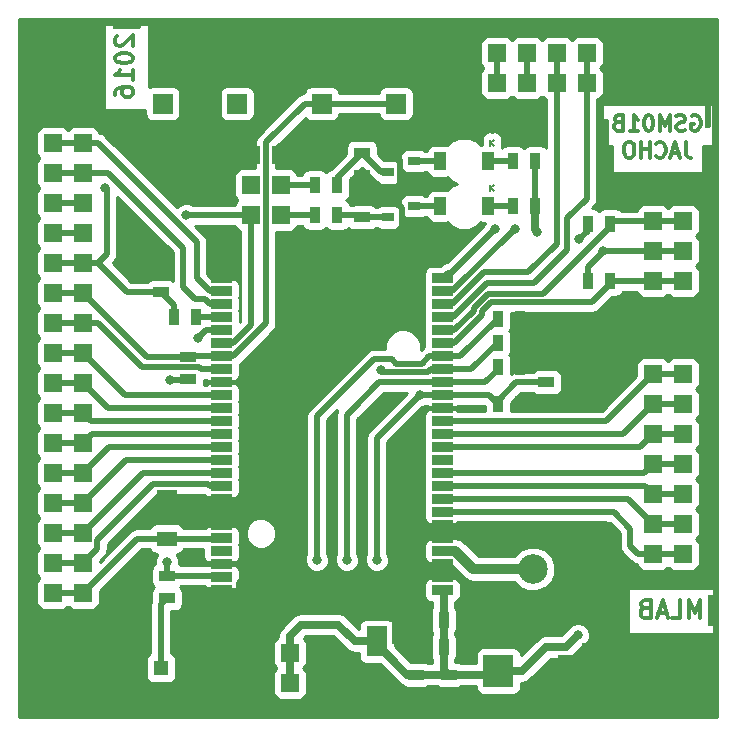
<source format=gbr>
G04 #@! TF.FileFunction,Copper,L2,Bot,Signal*
%FSLAX46Y46*%
G04 Gerber Fmt 4.6, Leading zero omitted, Abs format (unit mm)*
G04 Created by KiCad (PCBNEW (2016-09-17 revision 679eef1)-makepkg) date 01/02/17 11:13:26*
%MOMM*%
%LPD*%
G01*
G04 APERTURE LIST*
%ADD10C,0.300000*%
%ADD11C,0.150000*%
%ADD12R,2.550160X2.700020*%
%ADD13R,1.397000X0.889000*%
%ADD14R,0.889000X1.397000*%
%ADD15R,1.699260X1.300480*%
%ADD16R,1.050000X1.500000*%
%ADD17R,1.524000X1.524000*%
%ADD18C,2.500000*%
%ADD19C,2.700000*%
%ADD20C,6.000000*%
%ADD21R,1.000760X0.800100*%
%ADD22R,1.676400X1.676400*%
%ADD23C,1.300000*%
%ADD24R,1.300000X1.300000*%
%ADD25R,1.800860X2.499360*%
%ADD26C,0.800000*%
%ADD27C,0.600000*%
%ADD28C,0.500000*%
%ADD29C,0.700000*%
%ADD30C,0.860506*%
%ADD31C,0.254000*%
G04 APERTURE END LIST*
D10*
X57374333Y49606904D02*
X57374333Y48678333D01*
X57436238Y48492619D01*
X57560047Y48368809D01*
X57745761Y48306904D01*
X57869571Y48306904D01*
X56817190Y48678333D02*
X56198142Y48678333D01*
X56941000Y48306904D02*
X56507666Y49606904D01*
X56074333Y48306904D01*
X54898142Y48430714D02*
X54960047Y48368809D01*
X55145761Y48306904D01*
X55269571Y48306904D01*
X55455285Y48368809D01*
X55579095Y48492619D01*
X55641000Y48616428D01*
X55702904Y48864047D01*
X55702904Y49049761D01*
X55641000Y49297380D01*
X55579095Y49421190D01*
X55455285Y49545000D01*
X55269571Y49606904D01*
X55145761Y49606904D01*
X54960047Y49545000D01*
X54898142Y49483095D01*
X54341000Y48306904D02*
X54341000Y49606904D01*
X54341000Y48987857D02*
X53598142Y48987857D01*
X53598142Y48306904D02*
X53598142Y49606904D01*
X52731476Y49606904D02*
X52483857Y49606904D01*
X52360047Y49545000D01*
X52236238Y49421190D01*
X52174333Y49173571D01*
X52174333Y48740238D01*
X52236238Y48492619D01*
X52360047Y48368809D01*
X52483857Y48306904D01*
X52731476Y48306904D01*
X52855285Y48368809D01*
X52979095Y48492619D01*
X53041000Y48740238D01*
X53041000Y49173571D01*
X52979095Y49421190D01*
X52855285Y49545000D01*
X52731476Y49606904D01*
X57900523Y51831000D02*
X58024333Y51892904D01*
X58210047Y51892904D01*
X58395761Y51831000D01*
X58519571Y51707190D01*
X58581476Y51583380D01*
X58643380Y51335761D01*
X58643380Y51150047D01*
X58581476Y50902428D01*
X58519571Y50778619D01*
X58395761Y50654809D01*
X58210047Y50592904D01*
X58086238Y50592904D01*
X57900523Y50654809D01*
X57838619Y50716714D01*
X57838619Y51150047D01*
X58086238Y51150047D01*
X57343380Y50654809D02*
X57157666Y50592904D01*
X56848142Y50592904D01*
X56724333Y50654809D01*
X56662428Y50716714D01*
X56600523Y50840523D01*
X56600523Y50964333D01*
X56662428Y51088142D01*
X56724333Y51150047D01*
X56848142Y51211952D01*
X57095761Y51273857D01*
X57219571Y51335761D01*
X57281476Y51397666D01*
X57343380Y51521476D01*
X57343380Y51645285D01*
X57281476Y51769095D01*
X57219571Y51831000D01*
X57095761Y51892904D01*
X56786238Y51892904D01*
X56600523Y51831000D01*
X56043380Y50592904D02*
X56043380Y51892904D01*
X55610047Y50964333D01*
X55176714Y51892904D01*
X55176714Y50592904D01*
X54310047Y51892904D02*
X54186238Y51892904D01*
X54062428Y51831000D01*
X54000523Y51769095D01*
X53938619Y51645285D01*
X53876714Y51397666D01*
X53876714Y51088142D01*
X53938619Y50840523D01*
X54000523Y50716714D01*
X54062428Y50654809D01*
X54186238Y50592904D01*
X54310047Y50592904D01*
X54433857Y50654809D01*
X54495761Y50716714D01*
X54557666Y50840523D01*
X54619571Y51088142D01*
X54619571Y51397666D01*
X54557666Y51645285D01*
X54495761Y51769095D01*
X54433857Y51831000D01*
X54310047Y51892904D01*
X52638619Y50592904D02*
X53381476Y50592904D01*
X53010047Y50592904D02*
X53010047Y51892904D01*
X53133857Y51707190D01*
X53257666Y51583380D01*
X53381476Y51521476D01*
X51648142Y51273857D02*
X51462428Y51211952D01*
X51400523Y51150047D01*
X51338619Y51026238D01*
X51338619Y50840523D01*
X51400523Y50716714D01*
X51462428Y50654809D01*
X51586238Y50592904D01*
X52081476Y50592904D01*
X52081476Y51892904D01*
X51648142Y51892904D01*
X51524333Y51831000D01*
X51462428Y51769095D01*
X51400523Y51645285D01*
X51400523Y51521476D01*
X51462428Y51397666D01*
X51524333Y51335761D01*
X51648142Y51273857D01*
X52081476Y51273857D01*
X9227428Y58578428D02*
X9156000Y58507000D01*
X9084571Y58364142D01*
X9084571Y58007000D01*
X9156000Y57864142D01*
X9227428Y57792714D01*
X9370285Y57721285D01*
X9513142Y57721285D01*
X9727428Y57792714D01*
X10584571Y58649857D01*
X10584571Y57721285D01*
X9084571Y56792714D02*
X9084571Y56649857D01*
X9156000Y56507000D01*
X9227428Y56435571D01*
X9370285Y56364142D01*
X9656000Y56292714D01*
X10013142Y56292714D01*
X10298857Y56364142D01*
X10441714Y56435571D01*
X10513142Y56507000D01*
X10584571Y56649857D01*
X10584571Y56792714D01*
X10513142Y56935571D01*
X10441714Y57007000D01*
X10298857Y57078428D01*
X10013142Y57149857D01*
X9656000Y57149857D01*
X9370285Y57078428D01*
X9227428Y57007000D01*
X9156000Y56935571D01*
X9084571Y56792714D01*
X10584571Y54864142D02*
X10584571Y55721285D01*
X10584571Y55292714D02*
X9084571Y55292714D01*
X9298857Y55435571D01*
X9441714Y55578428D01*
X9513142Y55721285D01*
X9084571Y53578428D02*
X9084571Y53864142D01*
X9156000Y54007000D01*
X9227428Y54078428D01*
X9441714Y54221285D01*
X9727428Y54292714D01*
X10298857Y54292714D01*
X10441714Y54221285D01*
X10513142Y54149857D01*
X10584571Y54007000D01*
X10584571Y53721285D01*
X10513142Y53578428D01*
X10441714Y53507000D01*
X10298857Y53435571D01*
X9941714Y53435571D01*
X9798857Y53507000D01*
X9727428Y53578428D01*
X9656000Y53721285D01*
X9656000Y54007000D01*
X9727428Y54149857D01*
X9798857Y54221285D01*
X9941714Y54292714D01*
X58634000Y9354428D02*
X58634000Y10854428D01*
X58134000Y9783000D01*
X57634000Y10854428D01*
X57634000Y9354428D01*
X56205428Y9354428D02*
X56919714Y9354428D01*
X56919714Y10854428D01*
X55776857Y9783000D02*
X55062571Y9783000D01*
X55919714Y9354428D02*
X55419714Y10854428D01*
X54919714Y9354428D01*
X53919714Y10140142D02*
X53705428Y10068714D01*
X53634000Y9997285D01*
X53562571Y9854428D01*
X53562571Y9640142D01*
X53634000Y9497285D01*
X53705428Y9425857D01*
X53848285Y9354428D01*
X54419714Y9354428D01*
X54419714Y10854428D01*
X53919714Y10854428D01*
X53776857Y10783000D01*
X53705428Y10711571D01*
X53634000Y10568714D01*
X53634000Y10425857D01*
X53705428Y10283000D01*
X53776857Y10211571D01*
X53919714Y10140142D01*
X54419714Y10140142D01*
D11*
X40822880Y45702220D02*
X41142920Y46007020D01*
X40860980Y45717460D02*
X41135300Y45445680D01*
X40830500Y45445680D02*
X40825420Y46014640D01*
X40822880Y49512220D02*
X41142920Y49817020D01*
X40860980Y49527460D02*
X41135300Y49255680D01*
X40830500Y49255680D02*
X40825420Y49824640D01*
D12*
X47879000Y4826000D03*
X41529000Y4826000D03*
D13*
X12954000Y36893500D03*
X12954000Y38798500D03*
D14*
X36893500Y6858000D03*
X38798500Y6858000D03*
X36893500Y9144000D03*
X38798500Y9144000D03*
D13*
X34544000Y4508500D03*
X34544000Y2603500D03*
X37338000Y4508500D03*
X37338000Y2603500D03*
D14*
X41465500Y30607000D03*
X43370500Y30607000D03*
X41465500Y34671000D03*
X43370500Y34671000D03*
X41465500Y32639000D03*
X43370500Y32639000D03*
X41465500Y27432000D03*
X43370500Y27432000D03*
D13*
X45593000Y29273500D03*
X45593000Y27368500D03*
D15*
X13462000Y16029940D03*
X13462000Y19530060D03*
D16*
X36608000Y44196000D03*
X40608000Y44196000D03*
X36608000Y48006000D03*
X40608000Y48006000D03*
D17*
X6350000Y36830000D03*
X3810000Y36830000D03*
X6350000Y39370000D03*
X3810000Y39370000D03*
X6350000Y13970000D03*
X3810000Y13970000D03*
X6350000Y16510000D03*
X3810000Y16510000D03*
X6350000Y19050000D03*
X3810000Y19050000D03*
X6350000Y21590000D03*
X3810000Y21590000D03*
X6350000Y24130000D03*
X3810000Y24130000D03*
X6350000Y26670000D03*
X3810000Y26670000D03*
X6350000Y29210000D03*
X3810000Y29210000D03*
X6350000Y31750000D03*
X3810000Y31750000D03*
X6350000Y34290000D03*
X3810000Y34290000D03*
X23114000Y48514000D03*
X20574000Y48514000D03*
D18*
X44450000Y13462000D03*
D19*
X46990000Y10922000D03*
X41910000Y10922000D03*
X41910000Y16002000D03*
X46990000Y16002000D03*
D17*
X6350000Y11430000D03*
X3810000Y11430000D03*
X6350000Y41910000D03*
X3810000Y41910000D03*
X6350000Y44450000D03*
X3810000Y44450000D03*
X6350000Y46990000D03*
X3810000Y46990000D03*
X6350000Y49530000D03*
X3810000Y49530000D03*
X57150000Y24892000D03*
X54610000Y24892000D03*
X57150000Y27432000D03*
X54610000Y27432000D03*
X57150000Y29972000D03*
X54610000Y29972000D03*
X49022000Y57150000D03*
X49022000Y54610000D03*
X46482000Y57150000D03*
X46482000Y54610000D03*
X43942000Y57150000D03*
X43942000Y54610000D03*
X41402000Y57150000D03*
X41402000Y54610000D03*
X57150000Y14732000D03*
X54610000Y14732000D03*
X57150000Y17272000D03*
X54610000Y17272000D03*
X57150000Y19812000D03*
X54610000Y19812000D03*
X57150000Y22352000D03*
X54610000Y22352000D03*
X57150000Y40386000D03*
X54610000Y40386000D03*
X57150000Y37846000D03*
X54610000Y37846000D03*
X57150000Y42926000D03*
X54610000Y42926000D03*
X57150000Y45466000D03*
X54610000Y45466000D03*
X57150000Y35306000D03*
X54610000Y35306000D03*
X23114000Y43434000D03*
X20574000Y43434000D03*
X23114000Y45974000D03*
X20574000Y45974000D03*
X21336000Y3810000D03*
X21336000Y6350000D03*
X23876000Y3810000D03*
X23876000Y6350000D03*
X26416000Y3810000D03*
X26416000Y6350000D03*
D14*
X14033500Y34798000D03*
X15938500Y34798000D03*
D20*
X5080000Y55880000D03*
X55880000Y5080000D03*
X55880000Y55880000D03*
X5080000Y5080000D03*
D21*
X34373820Y44196000D03*
X32174180Y45148500D03*
X32174180Y43243500D03*
X34373820Y48006000D03*
X32174180Y48958500D03*
X32174180Y47053500D03*
D13*
X13462000Y12890500D03*
X13462000Y10985500D03*
X15240000Y29527500D03*
X15240000Y31432500D03*
D14*
X49085500Y42672000D03*
X50990500Y42672000D03*
X49085500Y37846000D03*
X50990500Y37846000D03*
X44640500Y44196000D03*
X42735500Y44196000D03*
X44640500Y48006000D03*
X42735500Y48006000D03*
D13*
X29972000Y43243500D03*
X29972000Y45148500D03*
X29972000Y48704500D03*
X29972000Y46799500D03*
D14*
X25971500Y43434000D03*
X27876500Y43434000D03*
X25971500Y45974000D03*
X27876500Y45974000D03*
D22*
X32868000Y57368000D03*
X32868000Y52868000D03*
X26568000Y57368000D03*
X26568000Y52868000D03*
X19406000Y57368000D03*
X19406000Y52868000D03*
X13106000Y57368000D03*
X13106000Y52868000D03*
D10*
G36*
X17182000Y11292000D02*
X17182000Y12092000D01*
X18982000Y12092000D01*
X18982000Y11292000D01*
X17182000Y11292000D01*
X17182000Y11292000D01*
G37*
G36*
X17182000Y12392000D02*
X17182000Y13192000D01*
X18982000Y13192000D01*
X18982000Y12392000D01*
X17182000Y12392000D01*
X17182000Y12392000D01*
G37*
G36*
X17182000Y13492000D02*
X17182000Y14292000D01*
X18982000Y14292000D01*
X18982000Y13492000D01*
X17182000Y13492000D01*
X17182000Y13492000D01*
G37*
G36*
X17182000Y14592000D02*
X17182000Y15392000D01*
X18982000Y15392000D01*
X18982000Y14592000D01*
X17182000Y14592000D01*
X17182000Y14592000D01*
G37*
G36*
X17182000Y15692000D02*
X17182000Y16492000D01*
X18982000Y16492000D01*
X18982000Y15692000D01*
X17182000Y15692000D01*
X17182000Y15692000D01*
G37*
G36*
X17182000Y16792000D02*
X17182000Y17592000D01*
X18982000Y17592000D01*
X18982000Y16792000D01*
X17182000Y16792000D01*
X17182000Y16792000D01*
G37*
G36*
X17182000Y17892000D02*
X17182000Y18692000D01*
X18982000Y18692000D01*
X18982000Y17892000D01*
X17182000Y17892000D01*
X17182000Y17892000D01*
G37*
G36*
X17182000Y18992000D02*
X17182000Y19792000D01*
X18982000Y19792000D01*
X18982000Y18992000D01*
X17182000Y18992000D01*
X17182000Y18992000D01*
G37*
G36*
X17182000Y20092000D02*
X17182000Y20892000D01*
X18982000Y20892000D01*
X18982000Y20092000D01*
X17182000Y20092000D01*
X17182000Y20092000D01*
G37*
G36*
X17182000Y21192000D02*
X17182000Y21992000D01*
X18982000Y21992000D01*
X18982000Y21192000D01*
X17182000Y21192000D01*
X17182000Y21192000D01*
G37*
G36*
X17182000Y22292000D02*
X17182000Y23092000D01*
X18982000Y23092000D01*
X18982000Y22292000D01*
X17182000Y22292000D01*
X17182000Y22292000D01*
G37*
G36*
X17182000Y23392000D02*
X17182000Y24192000D01*
X18982000Y24192000D01*
X18982000Y23392000D01*
X17182000Y23392000D01*
X17182000Y23392000D01*
G37*
G36*
X17182000Y24492000D02*
X17182000Y25292000D01*
X18982000Y25292000D01*
X18982000Y24492000D01*
X17182000Y24492000D01*
X17182000Y24492000D01*
G37*
G36*
X17182000Y25592000D02*
X17182000Y26392000D01*
X18982000Y26392000D01*
X18982000Y25592000D01*
X17182000Y25592000D01*
X17182000Y25592000D01*
G37*
G36*
X17182000Y26692000D02*
X17182000Y27492000D01*
X18982000Y27492000D01*
X18982000Y26692000D01*
X17182000Y26692000D01*
X17182000Y26692000D01*
G37*
G36*
X17182000Y27792000D02*
X17182000Y28592000D01*
X18982000Y28592000D01*
X18982000Y27792000D01*
X17182000Y27792000D01*
X17182000Y27792000D01*
G37*
G36*
X17182000Y28892000D02*
X17182000Y29692000D01*
X18982000Y29692000D01*
X18982000Y28892000D01*
X17182000Y28892000D01*
X17182000Y28892000D01*
G37*
G36*
X17182000Y29992000D02*
X17182000Y30792000D01*
X18982000Y30792000D01*
X18982000Y29992000D01*
X17182000Y29992000D01*
X17182000Y29992000D01*
G37*
G36*
X17182000Y31092000D02*
X17182000Y31892000D01*
X18982000Y31892000D01*
X18982000Y31092000D01*
X17182000Y31092000D01*
X17182000Y31092000D01*
G37*
G36*
X17182000Y32192000D02*
X17182000Y32992000D01*
X18982000Y32992000D01*
X18982000Y32192000D01*
X17182000Y32192000D01*
X17182000Y32192000D01*
G37*
G36*
X17182000Y33292000D02*
X17182000Y34092000D01*
X18982000Y34092000D01*
X18982000Y33292000D01*
X17182000Y33292000D01*
X17182000Y33292000D01*
G37*
G36*
X17182000Y34392000D02*
X17182000Y35192000D01*
X18982000Y35192000D01*
X18982000Y34392000D01*
X17182000Y34392000D01*
X17182000Y34392000D01*
G37*
G36*
X17182000Y35492000D02*
X17182000Y36292000D01*
X18982000Y36292000D01*
X18982000Y35492000D01*
X17182000Y35492000D01*
X17182000Y35492000D01*
G37*
G36*
X17182000Y36592000D02*
X17182000Y37392000D01*
X18982000Y37392000D01*
X18982000Y36592000D01*
X17182000Y36592000D01*
X17182000Y36592000D01*
G37*
G36*
X17182000Y37692000D02*
X17182000Y38492000D01*
X18982000Y38492000D01*
X18982000Y37692000D01*
X17182000Y37692000D01*
X17182000Y37692000D01*
G37*
G36*
X35882000Y37692000D02*
X35882000Y38492000D01*
X37682000Y38492000D01*
X37682000Y37692000D01*
X35882000Y37692000D01*
X35882000Y37692000D01*
G37*
G36*
X35882000Y36592000D02*
X35882000Y37392000D01*
X37682000Y37392000D01*
X37682000Y36592000D01*
X35882000Y36592000D01*
X35882000Y36592000D01*
G37*
G36*
X35882000Y35492000D02*
X35882000Y36292000D01*
X37682000Y36292000D01*
X37682000Y35492000D01*
X35882000Y35492000D01*
X35882000Y35492000D01*
G37*
G36*
X35882000Y34392000D02*
X35882000Y35192000D01*
X37682000Y35192000D01*
X37682000Y34392000D01*
X35882000Y34392000D01*
X35882000Y34392000D01*
G37*
G36*
X35882000Y33292000D02*
X35882000Y34092000D01*
X37682000Y34092000D01*
X37682000Y33292000D01*
X35882000Y33292000D01*
X35882000Y33292000D01*
G37*
G36*
X35882000Y32192000D02*
X35882000Y32992000D01*
X37682000Y32992000D01*
X37682000Y32192000D01*
X35882000Y32192000D01*
X35882000Y32192000D01*
G37*
G36*
X35882000Y31092000D02*
X35882000Y31892000D01*
X37682000Y31892000D01*
X37682000Y31092000D01*
X35882000Y31092000D01*
X35882000Y31092000D01*
G37*
G36*
X35882000Y29992000D02*
X35882000Y30792000D01*
X37682000Y30792000D01*
X37682000Y29992000D01*
X35882000Y29992000D01*
X35882000Y29992000D01*
G37*
G36*
X35882000Y28892000D02*
X35882000Y29692000D01*
X37682000Y29692000D01*
X37682000Y28892000D01*
X35882000Y28892000D01*
X35882000Y28892000D01*
G37*
G36*
X35882000Y27792000D02*
X35882000Y28592000D01*
X37682000Y28592000D01*
X37682000Y27792000D01*
X35882000Y27792000D01*
X35882000Y27792000D01*
G37*
G36*
X35882000Y26692000D02*
X35882000Y27492000D01*
X37682000Y27492000D01*
X37682000Y26692000D01*
X35882000Y26692000D01*
X35882000Y26692000D01*
G37*
G36*
X35882000Y25592000D02*
X35882000Y26392000D01*
X37682000Y26392000D01*
X37682000Y25592000D01*
X35882000Y25592000D01*
X35882000Y25592000D01*
G37*
G36*
X35882000Y24492000D02*
X35882000Y25292000D01*
X37682000Y25292000D01*
X37682000Y24492000D01*
X35882000Y24492000D01*
X35882000Y24492000D01*
G37*
G36*
X35882000Y23392000D02*
X35882000Y24192000D01*
X37682000Y24192000D01*
X37682000Y23392000D01*
X35882000Y23392000D01*
X35882000Y23392000D01*
G37*
G36*
X35882000Y22292000D02*
X35882000Y23092000D01*
X37682000Y23092000D01*
X37682000Y22292000D01*
X35882000Y22292000D01*
X35882000Y22292000D01*
G37*
G36*
X35882000Y21192000D02*
X35882000Y21992000D01*
X37682000Y21992000D01*
X37682000Y21192000D01*
X35882000Y21192000D01*
X35882000Y21192000D01*
G37*
G36*
X35882000Y20092000D02*
X35882000Y20892000D01*
X37682000Y20892000D01*
X37682000Y20092000D01*
X35882000Y20092000D01*
X35882000Y20092000D01*
G37*
G36*
X35882000Y18992000D02*
X35882000Y19792000D01*
X37682000Y19792000D01*
X37682000Y18992000D01*
X35882000Y18992000D01*
X35882000Y18992000D01*
G37*
G36*
X35882000Y17892000D02*
X35882000Y18692000D01*
X37682000Y18692000D01*
X37682000Y17892000D01*
X35882000Y17892000D01*
X35882000Y17892000D01*
G37*
G36*
X35882000Y16792000D02*
X35882000Y17592000D01*
X37682000Y17592000D01*
X37682000Y16792000D01*
X35882000Y16792000D01*
X35882000Y16792000D01*
G37*
G36*
X35882000Y15692000D02*
X35882000Y16492000D01*
X37682000Y16492000D01*
X37682000Y15692000D01*
X35882000Y15692000D01*
X35882000Y15692000D01*
G37*
G36*
X35882000Y14592000D02*
X35882000Y15392000D01*
X37682000Y15392000D01*
X37682000Y14592000D01*
X35882000Y14592000D01*
X35882000Y14592000D01*
G37*
G36*
X35882000Y13492000D02*
X35882000Y14292000D01*
X37682000Y14292000D01*
X37682000Y13492000D01*
X35882000Y13492000D01*
X35882000Y13492000D01*
G37*
G36*
X35882000Y12392000D02*
X35882000Y13192000D01*
X37682000Y13192000D01*
X37682000Y12392000D01*
X35882000Y12392000D01*
X35882000Y12392000D01*
G37*
G36*
X35882000Y11292000D02*
X35882000Y12092000D01*
X37682000Y12092000D01*
X37682000Y11292000D01*
X35882000Y11292000D01*
X35882000Y11292000D01*
G37*
D23*
X16454000Y5080000D03*
D24*
X12954000Y5080000D03*
D25*
X31242000Y3335020D03*
X31242000Y7332980D03*
D26*
X32004000Y27940000D03*
X27432000Y16510000D03*
X27432000Y18796000D03*
X27432000Y20955000D03*
X27432000Y24511000D03*
X27432000Y25654000D03*
D27*
X33147000Y34417001D03*
X31369000Y33655000D03*
X29845000Y23367999D03*
X32004000Y26924000D03*
X30734000Y25781000D03*
X39243000Y56642000D03*
X39243000Y54229000D03*
X39878000Y52070000D03*
X39878000Y50292000D03*
X38354000Y50292000D03*
X36830000Y50292000D03*
X35179000Y49530000D03*
X53340000Y32131000D03*
X52070000Y31496000D03*
X50038000Y31496000D03*
X48641000Y31496000D03*
X48641000Y32639000D03*
X48641000Y33782000D03*
X48641000Y34925000D03*
X16891000Y51689000D03*
X17018000Y50292000D03*
X17018000Y48641000D03*
X17018000Y47117000D03*
X1524000Y53086000D03*
X1397000Y54991000D03*
X1397000Y56642000D03*
X1524000Y58293000D03*
X1651000Y59563000D03*
X3302000Y59563000D03*
X5207000Y59563000D03*
X6985000Y59563000D03*
X9144000Y59436000D03*
X11049000Y59436000D03*
X12700000Y59436000D03*
X14478000Y59436000D03*
X16383000Y59436000D03*
X18288000Y59436000D03*
X20066000Y59436000D03*
X21844000Y59309000D03*
X23241000Y59309000D03*
X24765000Y59309000D03*
X26289000Y59309000D03*
X27940000Y59309000D03*
X29845000Y59309000D03*
X32385000Y59309000D03*
X35052000Y59309000D03*
X37973000Y59309000D03*
X40386000Y59309000D03*
X42291000Y59309000D03*
X48768000Y59690000D03*
X51054000Y59690000D03*
X53340000Y59563000D03*
X55372000Y59563000D03*
X57150000Y59563000D03*
X59563000Y57912000D03*
X59309000Y53086000D03*
X59309000Y51054000D03*
X59309000Y49149000D03*
X59309000Y47244000D03*
X59309000Y45212000D03*
X59309000Y43180000D03*
X59182000Y37846000D03*
X59182000Y35306000D03*
X59182000Y32131000D03*
X59436000Y29972000D03*
X59436000Y27432000D03*
X59436000Y25019000D03*
X59436000Y22225000D03*
X59436000Y19812000D03*
X54229000Y12827000D03*
X57404000Y12827000D03*
X59563000Y12827000D03*
X59563000Y11049000D03*
X59563000Y8890000D03*
X59563000Y7239000D03*
X59563000Y5588000D03*
X59563000Y3302000D03*
X59309000Y1524000D03*
X56642000Y1397000D03*
X54864000Y1397000D03*
X53340000Y1397000D03*
X51943000Y1397000D03*
X50673000Y1397000D03*
X18034000Y1270000D03*
X16510000Y1270000D03*
X14224000Y1524000D03*
X10414000Y1397000D03*
X8509000Y1397000D03*
X6477000Y1397000D03*
X4064000Y1397000D03*
X1778000Y1778000D03*
X1651000Y7747000D03*
X1651000Y9525000D03*
X1651000Y11430000D03*
X1651000Y13970000D03*
X1651000Y16637000D03*
X1651000Y19050000D03*
X1651000Y21590000D03*
X1651000Y24130000D03*
X1651000Y26670000D03*
X1651000Y29210000D03*
X1651000Y31750000D03*
X1651000Y34290000D03*
X1651000Y36830000D03*
X1651000Y39370000D03*
X1651000Y41910000D03*
X1651000Y44450000D03*
X1651000Y46990000D03*
X1651000Y49530000D03*
X1651000Y51562000D03*
X3683000Y51562000D03*
X5080000Y51562000D03*
X6350000Y51562000D03*
X8001000Y51562000D03*
X11176000Y9652000D03*
X8636000Y9779000D03*
X15113000Y11684000D03*
X27432000Y23368000D03*
X29845000Y16383000D03*
X29845000Y18796000D03*
X29845000Y20701000D03*
X29845000Y22479000D03*
X29845000Y24892000D03*
X35179000Y17018000D03*
X34798000Y18669000D03*
X34798000Y20066000D03*
X34798000Y21717000D03*
X34798000Y23114000D03*
X34798000Y24511000D03*
X34798000Y26416000D03*
X33782000Y25273000D03*
X32512000Y24130000D03*
X32512000Y22098000D03*
X32512000Y20701000D03*
X32512000Y18923000D03*
X32512000Y17653000D03*
X32512000Y16002000D03*
X32512000Y14224000D03*
X34925000Y14224000D03*
X34925000Y16002000D03*
X58039000Y32893000D03*
X56515000Y32893000D03*
X54483000Y32766000D03*
X44450000Y27940000D03*
X44831000Y34798000D03*
X44831000Y33528000D03*
X44831000Y32258000D03*
X44831000Y30861000D03*
X51054000Y53467000D03*
X50673000Y51308000D03*
X50673000Y49403000D03*
X50165000Y47625000D03*
X50165000Y45847000D03*
X52070000Y45847000D03*
X19431000Y3302000D03*
X19685000Y5207000D03*
X19304000Y7366000D03*
X27813000Y6604000D03*
X28575000Y5588000D03*
X28575000Y3683000D03*
X29591000Y1397000D03*
X34036000Y1397000D03*
X35814000Y1397000D03*
X37719000Y1397000D03*
X48895000Y6985000D03*
X49784000Y6350000D03*
X49784000Y5080000D03*
X49784000Y3937000D03*
X49784000Y2794000D03*
X41402000Y2286000D03*
X44323000Y2286000D03*
X47117000Y2540000D03*
X25146000Y48895000D03*
X24765000Y50038000D03*
X25273000Y51054000D03*
X26797000Y51054000D03*
X28321000Y51054000D03*
X28321000Y48895000D03*
X27178000Y47879000D03*
X25527000Y47879000D03*
X34290000Y42037000D03*
X35052000Y42672000D03*
X36576000Y42545000D03*
X37846000Y41910000D03*
X39243000Y41910000D03*
X38227000Y41021000D03*
X37084000Y39751000D03*
X35560000Y39497000D03*
X35052000Y38481000D03*
X34925000Y36957000D03*
X34925000Y35560000D03*
X34925000Y34290000D03*
X29972000Y34925000D03*
X31496000Y34925000D03*
X32258000Y36195000D03*
X32385000Y37338000D03*
X32385000Y38989000D03*
X30353000Y39116000D03*
X28575000Y38989000D03*
X26670000Y38989000D03*
X24892000Y38989000D03*
X23114000Y39116000D03*
X23241000Y40386000D03*
X23241000Y41656000D03*
X25019000Y41656000D03*
X27051000Y41656000D03*
X28702000Y41783000D03*
X30099000Y41783000D03*
X31623000Y41783000D03*
X19558000Y11430000D03*
X19558000Y10287000D03*
X20701000Y10287000D03*
X22098000Y10287000D03*
X22098000Y11430000D03*
X21844000Y12954000D03*
X22225000Y13716000D03*
X23241000Y13843000D03*
X24892000Y14986000D03*
X25019000Y16383000D03*
X25019000Y17653000D03*
X25019000Y18923000D03*
X25019000Y20574000D03*
X25019000Y22098000D03*
X25019000Y23368000D03*
X25019000Y24638000D03*
X25019000Y25781000D03*
X25146000Y27432000D03*
X26416000Y27940000D03*
X27559000Y29083000D03*
X27559000Y30607000D03*
X28702000Y31623000D03*
X28067000Y32258000D03*
X27178000Y33147000D03*
X26289000Y34036000D03*
X25654000Y35052000D03*
X24257000Y35052000D03*
X22987000Y35052000D03*
X22987000Y33655000D03*
X21844000Y32512000D03*
X20828000Y31496000D03*
X19939000Y30353000D03*
X19939000Y28702000D03*
X19939000Y27178000D03*
X19939000Y25908000D03*
X19939000Y24638000D03*
X19939000Y23241000D03*
X19939000Y21971000D03*
X19939000Y20701000D03*
X11938000Y17780000D03*
X11811000Y17018000D03*
X10414000Y17018000D03*
X16510000Y17399000D03*
X14859000Y17399000D03*
X14864715Y19392000D03*
X16423011Y19392000D03*
X19939000Y19812000D03*
X19558000Y18669000D03*
X19558000Y17653000D03*
X19812000Y16637000D03*
X19812000Y15240000D03*
X19812000Y12573000D03*
X19812000Y13970000D03*
X15875000Y14859000D03*
X14732000Y14097000D03*
X24511000Y10033000D03*
X25527000Y10033000D03*
X27178000Y10033000D03*
X28448000Y9906000D03*
X29337000Y9525000D03*
X31115000Y9525000D03*
X32766000Y9525000D03*
X32766000Y7366000D03*
X33401000Y6731000D03*
X34290000Y5842000D03*
X34925000Y6604000D03*
X34925000Y7747000D03*
X34925000Y9017000D03*
X34925000Y10541000D03*
X34925000Y12827000D03*
X38735000Y11430000D03*
X40005000Y11303000D03*
X44450000Y10922000D03*
X46990000Y13462000D03*
X44450000Y15875000D03*
X44450000Y17145000D03*
X40259000Y17145000D03*
X39116000Y17145000D03*
X38227000Y16637000D03*
X39243000Y15875000D03*
X40132000Y14986000D03*
X33274000Y41402000D03*
X19431000Y39619042D03*
X19177000Y40767000D03*
X19431000Y38481000D03*
X18542000Y42164000D03*
X17272000Y42164000D03*
X17272000Y41021000D03*
X17272000Y39878000D03*
X17272000Y38862000D03*
X11557000Y38100000D03*
X10668000Y38100000D03*
X9779000Y40767000D03*
X10414000Y41402000D03*
X11557000Y40767000D03*
X12954000Y40894000D03*
D26*
X44831000Y42037000D03*
X48260000Y7874000D03*
X8255000Y45720000D03*
X28702000Y14224000D03*
X26162000Y14224000D03*
X31561941Y30291941D03*
X34863965Y28192000D03*
X31242000Y14224000D03*
X15113000Y43434000D03*
X16129000Y33020000D03*
X42926000Y42291000D03*
X41275000Y42291000D03*
X50419000Y40386000D03*
X48387000Y41402000D03*
X13716000Y29464000D03*
X13462000Y14097000D03*
D28*
X32004000Y26924000D02*
X32004000Y27940000D01*
X27432000Y20955000D02*
X27432000Y18796000D01*
X27432000Y23368000D02*
X27432000Y24511000D01*
X27432000Y24511000D02*
X27432000Y25654000D01*
X32847001Y34117002D02*
X33147000Y34417001D01*
X32384999Y33655000D02*
X32847001Y34117002D01*
X31369000Y33655000D02*
X32384999Y33655000D01*
X29845000Y24892000D02*
X29845000Y23367999D01*
X31877000Y26924000D02*
X32004000Y26924000D01*
X30734000Y25781000D02*
X31877000Y26924000D01*
X39243000Y54229000D02*
X39243000Y56642000D01*
X39878000Y50292000D02*
X39878000Y52070000D01*
X36830000Y50292000D02*
X38354000Y50292000D01*
X28321000Y51054000D02*
X33655000Y51054000D01*
X33655000Y51054000D02*
X35179000Y49530000D01*
X50038000Y31496000D02*
X52070000Y31496000D01*
X48641000Y32639000D02*
X48641000Y31496000D01*
X48641000Y34925000D02*
X48641000Y33782000D01*
X17018000Y50292000D02*
X17018000Y51562000D01*
X17018000Y51562000D02*
X16891000Y51689000D01*
X17018000Y47117000D02*
X17018000Y48641000D01*
X1397000Y54991000D02*
X1397000Y53213000D01*
X1397000Y53213000D02*
X1524000Y53086000D01*
X1524000Y58293000D02*
X1524000Y56769000D01*
X1524000Y56769000D02*
X1397000Y56642000D01*
X3302000Y59563000D02*
X1651000Y59563000D01*
X6985000Y59563000D02*
X5207000Y59563000D01*
X11049000Y59436000D02*
X9144000Y59436000D01*
X14478000Y59436000D02*
X12700000Y59436000D01*
X18288000Y59436000D02*
X16383000Y59436000D01*
X21844000Y59309000D02*
X20193000Y59309000D01*
X20193000Y59309000D02*
X20066000Y59436000D01*
X24765000Y59309000D02*
X23241000Y59309000D01*
X27940000Y59309000D02*
X26289000Y59309000D01*
X32385000Y59309000D02*
X29845000Y59309000D01*
X37973000Y59309000D02*
X35052000Y59309000D01*
X42291000Y59309000D02*
X40386000Y59309000D01*
X51054000Y59690000D02*
X48768000Y59690000D01*
X55372000Y59563000D02*
X53340000Y59563000D01*
X59563000Y57912000D02*
X58801000Y57912000D01*
X58801000Y57912000D02*
X57150000Y59563000D01*
X59309000Y51054000D02*
X59309000Y53086000D01*
X59309000Y47244000D02*
X59309000Y49149000D01*
X59309000Y43180000D02*
X59309000Y45212000D01*
X59182000Y37846000D02*
X59182000Y40386000D01*
X59182000Y32131000D02*
X59182000Y35306000D01*
X59436000Y27432000D02*
X59436000Y29972000D01*
X59436000Y22225000D02*
X59436000Y25019000D01*
X59563000Y12827000D02*
X59563000Y19685000D01*
X59563000Y19685000D02*
X59436000Y19812000D01*
X59563000Y12827000D02*
X57404000Y12827000D01*
X59563000Y8890000D02*
X59563000Y11049000D01*
X59563000Y5588000D02*
X59563000Y7239000D01*
X59309000Y1524000D02*
X59309000Y3048000D01*
X59309000Y3048000D02*
X59563000Y3302000D01*
X54864000Y1397000D02*
X56642000Y1397000D01*
X51943000Y1397000D02*
X53340000Y1397000D01*
X49784000Y2794000D02*
X49784000Y2286000D01*
X49784000Y2286000D02*
X50673000Y1397000D01*
X14224000Y1524000D02*
X16256000Y1524000D01*
X16256000Y1524000D02*
X16510000Y1270000D01*
X8509000Y1397000D02*
X10414000Y1397000D01*
X4064000Y1397000D02*
X6477000Y1397000D01*
X1651000Y7747000D02*
X1651000Y1905000D01*
X1651000Y1905000D02*
X1778000Y1778000D01*
X1651000Y11430000D02*
X1651000Y9525000D01*
X1651000Y16637000D02*
X1651000Y13970000D01*
X1651000Y21590000D02*
X1651000Y19050000D01*
X1651000Y26670000D02*
X1651000Y24130000D01*
X1651000Y31750000D02*
X1651000Y29210000D01*
X1651000Y36830000D02*
X1651000Y34290000D01*
X1651000Y41910000D02*
X1651000Y39370000D01*
X1651000Y46990000D02*
X1651000Y44450000D01*
X1651000Y51562000D02*
X1651000Y49530000D01*
X5080000Y51562000D02*
X3683000Y51562000D01*
X8001000Y51562000D02*
X6350000Y51562000D01*
X8636000Y9779000D02*
X11049000Y9779000D01*
X11049000Y9779000D02*
X11176000Y9652000D01*
X18082000Y11692000D02*
X15121000Y11692000D01*
X15121000Y11692000D02*
X15113000Y11684000D01*
X29845000Y20701000D02*
X29845000Y18796000D01*
X29845000Y24892000D02*
X29845000Y22479000D01*
X34798000Y18669000D02*
X34798000Y17399000D01*
X34798000Y17399000D02*
X35179000Y17018000D01*
X34798000Y21717000D02*
X34798000Y20066000D01*
X34798000Y24511000D02*
X34798000Y23114000D01*
X33782000Y25273000D02*
X33782000Y25400000D01*
X33782000Y25400000D02*
X34798000Y26416000D01*
X32512000Y22098000D02*
X32512000Y24130000D01*
X32512000Y18923000D02*
X32512000Y20701000D01*
X32512000Y16002000D02*
X32512000Y17653000D01*
X34925000Y14224000D02*
X32512000Y14224000D01*
X36782000Y16092000D02*
X35015000Y16092000D01*
X35015000Y16092000D02*
X34925000Y16002000D01*
X54483000Y32766000D02*
X56388000Y32766000D01*
X56388000Y32766000D02*
X56515000Y32893000D01*
X45593000Y27368500D02*
X45021500Y27368500D01*
X45021500Y27368500D02*
X44450000Y27940000D01*
X44831000Y32258000D02*
X44831000Y33528000D01*
X43370500Y30607000D02*
X44577000Y30607000D01*
X44577000Y30607000D02*
X44831000Y30861000D01*
X50673000Y49403000D02*
X50673000Y51308000D01*
X50165000Y45847000D02*
X50165000Y47625000D01*
X54610000Y45212000D02*
X52705000Y45212000D01*
X52705000Y45212000D02*
X52070000Y45847000D01*
X19304000Y7366000D02*
X19304000Y5588000D01*
X19304000Y5588000D02*
X19685000Y5207000D01*
X28575000Y5588000D02*
X28575000Y5842000D01*
X28575000Y5842000D02*
X27813000Y6604000D01*
X29591000Y1397000D02*
X29591000Y2667000D01*
X29591000Y2667000D02*
X28575000Y3683000D01*
X35814000Y1397000D02*
X34036000Y1397000D01*
X41402000Y2286000D02*
X38608000Y2286000D01*
X38608000Y2286000D02*
X37719000Y1397000D01*
X49784000Y5080000D02*
X49784000Y6350000D01*
X49784000Y2794000D02*
X49784000Y3937000D01*
X44323000Y2286000D02*
X41402000Y2286000D01*
X47879000Y4826000D02*
X47879000Y3302000D01*
X47879000Y3302000D02*
X47117000Y2540000D01*
X24765000Y50038000D02*
X24257000Y49784000D01*
X24257000Y49784000D02*
X25146000Y48895000D01*
X26797000Y51054000D02*
X25273000Y51054000D01*
X28321000Y48895000D02*
X28321000Y51054000D01*
X25527000Y47879000D02*
X27178000Y47879000D01*
X35052000Y42672000D02*
X34925000Y42672000D01*
X34925000Y42672000D02*
X34290000Y42037000D01*
X37846000Y41910000D02*
X37211000Y41910000D01*
X37211000Y41910000D02*
X36576000Y42545000D01*
X38227000Y41021000D02*
X38354000Y41021000D01*
X38354000Y41021000D02*
X39243000Y41910000D01*
X35560000Y39497000D02*
X36830000Y39497000D01*
X36830000Y39497000D02*
X37084000Y39751000D01*
X34925000Y36957000D02*
X34925000Y38354000D01*
X34925000Y38354000D02*
X35052000Y38481000D01*
X34925000Y34290000D02*
X34925000Y35560000D01*
X31496000Y34925000D02*
X29972000Y34925000D01*
X32385000Y37338000D02*
X32385000Y36322000D01*
X32385000Y36322000D02*
X32258000Y36195000D01*
X30353000Y39116000D02*
X32258000Y39116000D01*
X32258000Y39116000D02*
X32385000Y38989000D01*
X26670000Y38989000D02*
X28575000Y38989000D01*
X23114000Y39116000D02*
X24765000Y39116000D01*
X24765000Y39116000D02*
X24892000Y38989000D01*
X23241000Y41656000D02*
X23241000Y40386000D01*
X27051000Y41656000D02*
X25019000Y41656000D01*
X30099000Y41783000D02*
X28702000Y41783000D01*
X33274000Y41402000D02*
X32004000Y41402000D01*
X32004000Y41402000D02*
X31623000Y41783000D01*
X19558000Y11430000D02*
X19558000Y12319000D01*
X19558000Y12319000D02*
X19812000Y12573000D01*
X20701000Y10287000D02*
X19558000Y10287000D01*
X24511000Y10033000D02*
X22352000Y10033000D01*
X22352000Y10033000D02*
X22098000Y10287000D01*
X22225000Y13716000D02*
X22225000Y13335000D01*
X22225000Y13335000D02*
X21844000Y12954000D01*
X24892000Y14224000D02*
X24511000Y13843000D01*
X24511000Y13843000D02*
X23241000Y13843000D01*
X24892000Y14986000D02*
X24892000Y14224000D01*
X25019000Y17653000D02*
X25019000Y16383000D01*
X25019000Y20574000D02*
X25019000Y18923000D01*
X25019000Y23368000D02*
X25019000Y22098000D01*
X25019000Y25781000D02*
X25019000Y24638000D01*
X26416000Y27940000D02*
X25654000Y27940000D01*
X25654000Y27940000D02*
X25146000Y27432000D01*
X27559000Y30607000D02*
X27559000Y29083000D01*
X28067000Y32258000D02*
X28702000Y31623000D01*
X26289000Y34036000D02*
X27178000Y33147000D01*
X24257000Y35052000D02*
X25654000Y35052000D01*
X22987000Y33655000D02*
X22987000Y35052000D01*
X20828000Y31496000D02*
X21844000Y32512000D01*
X19939000Y28702000D02*
X19939000Y30353000D01*
X19939000Y25908000D02*
X19939000Y27178000D01*
X19939000Y23241000D02*
X19939000Y24638000D01*
X19939000Y20701000D02*
X19939000Y21971000D01*
X11811000Y17018000D02*
X11811000Y17653000D01*
X11811000Y17653000D02*
X11938000Y17780000D01*
X13462000Y19530060D02*
X12926060Y19530060D01*
X12926060Y19530060D02*
X10414000Y17018000D01*
X14864715Y19392000D02*
X14864715Y17404715D01*
X14864715Y17404715D02*
X14859000Y17399000D01*
X14864715Y19392000D02*
X13600060Y19392000D01*
X18082000Y19392000D02*
X16423011Y19392000D01*
X19558000Y17653000D02*
X19558000Y18669000D01*
X19812000Y15240000D02*
X19812000Y16637000D01*
X19812000Y12573000D02*
X19812000Y13970000D01*
X18082000Y13892000D02*
X19734000Y13892000D01*
X19734000Y13892000D02*
X19812000Y13970000D01*
X18082000Y13892000D02*
X14937000Y13892000D01*
X14937000Y13892000D02*
X14732000Y14097000D01*
X25527000Y10033000D02*
X24384000Y10033000D01*
X24384000Y10033000D02*
X24130000Y9779000D01*
X27896736Y10033000D02*
X27178000Y10033000D01*
X28448000Y9906000D02*
X28023736Y9906000D01*
X28023736Y9906000D02*
X27896736Y10033000D01*
X31115000Y9525000D02*
X29337000Y9525000D01*
X32766000Y7366000D02*
X32766000Y9525000D01*
X34290000Y5842000D02*
X33401000Y6731000D01*
X34925000Y7747000D02*
X34925000Y6604000D01*
X34925000Y10541000D02*
X34925000Y9017000D01*
X36782000Y12792000D02*
X34960000Y12792000D01*
X34960000Y12792000D02*
X34925000Y12827000D01*
X40005000Y11303000D02*
X38862000Y11303000D01*
X38862000Y11303000D02*
X38735000Y11430000D01*
X46990000Y10922000D02*
X44450000Y10922000D01*
X46990000Y16002000D02*
X46990000Y13462000D01*
X40259000Y17145000D02*
X44450000Y17145000D01*
X38227000Y16637000D02*
X38608000Y16637000D01*
X38608000Y16637000D02*
X39116000Y17145000D01*
X40132000Y14986000D02*
X39243000Y15875000D01*
X33401000Y44022010D02*
X33401000Y41529000D01*
X33401000Y41529000D02*
X33274000Y41402000D01*
X32274510Y45148500D02*
X33401000Y44022010D01*
X32174180Y45148500D02*
X32274510Y45148500D01*
X32274510Y45148500D02*
X33174560Y46048550D01*
X33174560Y46048550D02*
X33174560Y48058450D01*
X33174560Y48058450D02*
X32274510Y48958500D01*
X32274510Y48958500D02*
X32174180Y48958500D01*
X19177000Y40767000D02*
X19177000Y39873042D01*
X19177000Y39873042D02*
X19431000Y39619042D01*
X18542000Y42164000D02*
X18542000Y39370000D01*
X18542000Y39370000D02*
X19431000Y38481000D01*
X17272000Y42164000D02*
X18542000Y42164000D01*
X17272000Y39878000D02*
X17272000Y41021000D01*
X18082000Y38092000D02*
X18042000Y38092000D01*
X18042000Y38092000D02*
X17272000Y38862000D01*
X9779000Y40767000D02*
X9779000Y40640000D01*
X9779000Y40640000D02*
X10668000Y38100000D01*
X11557000Y40767000D02*
X10541000Y41529000D01*
X10541000Y41529000D02*
X10414000Y41402000D01*
X12954000Y38798500D02*
X12954000Y40894000D01*
X13600060Y19392000D02*
X13462000Y19530060D01*
X12954000Y5080000D02*
X12954000Y10477500D01*
X12954000Y10477500D02*
X13462000Y10985500D01*
D29*
X33812480Y4508500D02*
X30988000Y7332980D01*
X24827000Y8763000D02*
X27957550Y8763000D01*
X27957550Y8763000D02*
X29387570Y7332980D01*
X29387570Y7332980D02*
X30988000Y7332980D01*
X44640500Y44196000D02*
X44640500Y42227500D01*
X44640500Y42227500D02*
X44831000Y42037000D01*
X45536080Y6858000D02*
X47244000Y6858000D01*
X47244000Y6858000D02*
X48260000Y7874000D01*
X41529000Y4826000D02*
X43504080Y4826000D01*
X43504080Y4826000D02*
X45536080Y6858000D01*
D28*
X41656000Y4699000D02*
X41529000Y4826000D01*
X36790000Y11684000D02*
X36782000Y11692000D01*
X44640500Y48006000D02*
X44640500Y44196000D01*
D29*
X36893500Y9144000D02*
X36893500Y11580500D01*
X36893500Y11580500D02*
X36782000Y11692000D01*
X36893500Y6858000D02*
X36893500Y9144000D01*
X36893500Y6858000D02*
X36893500Y4953000D01*
X36893500Y4953000D02*
X37338000Y4508500D01*
X37338000Y4508500D02*
X41211500Y4508500D01*
X41211500Y4508500D02*
X41529000Y4826000D01*
X34544000Y4508500D02*
X37338000Y4508500D01*
X34544000Y4508500D02*
X33812480Y4508500D01*
X23876000Y6350000D02*
X23876000Y7812000D01*
X23876000Y7812000D02*
X24827000Y8763000D01*
X23876000Y3810000D02*
X23876000Y6350000D01*
D28*
X8382000Y40132000D02*
X8382000Y45593000D01*
X8382000Y45593000D02*
X8255000Y45720000D01*
X7620000Y39370000D02*
X8382000Y40132000D01*
X7340600Y39370000D02*
X7612000Y39370000D01*
X6350000Y39370000D02*
X7340600Y39370000D01*
X7340600Y39370000D02*
X7620000Y39370000D01*
X3810000Y39370000D02*
X6350000Y39370000D01*
X12954000Y36893500D02*
X10088500Y36893500D01*
X10088500Y36893500D02*
X7612000Y39370000D01*
X14033500Y34798000D02*
X14033500Y35814000D01*
X14033500Y35814000D02*
X12954000Y36893500D01*
X28702000Y14224000D02*
X28702000Y26543000D01*
X28702000Y26543000D02*
X31451000Y29292000D01*
X31451000Y29292000D02*
X29094999Y26935999D01*
X31578000Y29292000D02*
X31451000Y29292000D01*
X32467000Y29292000D02*
X31578000Y29292000D01*
X36782000Y29292000D02*
X32467000Y29292000D01*
X36782000Y29292000D02*
X40404500Y29292000D01*
X40404500Y29292000D02*
X41465500Y30353000D01*
X41465500Y30353000D02*
X41465500Y30607000D01*
X36782000Y31492000D02*
X35689027Y31492000D01*
X35689027Y31492000D02*
X35058027Y30861000D01*
X35058027Y30861000D02*
X32893000Y30861000D01*
X32893000Y30861000D02*
X32512000Y31242000D01*
X32512000Y31242000D02*
X30988000Y31242000D01*
X26162000Y26416000D02*
X26162000Y14789685D01*
X30988000Y31242000D02*
X26162000Y26416000D01*
X26162000Y14789685D02*
X26162000Y14224000D01*
X36782000Y31492000D02*
X38286500Y31492000D01*
X38286500Y31492000D02*
X41465500Y34671000D01*
X36782000Y30392000D02*
X35782000Y30392000D01*
X35782000Y30392000D02*
X35550990Y30160990D01*
X35550990Y30160990D02*
X31692892Y30160990D01*
X31692892Y30160990D02*
X31561941Y30291941D01*
X36782000Y30392000D02*
X39218500Y30392000D01*
X39218500Y30392000D02*
X41465500Y32639000D01*
X41465500Y27432000D02*
X41465500Y27686000D01*
X41465500Y27686000D02*
X43053000Y29273500D01*
X43053000Y29273500D02*
X44394500Y29273500D01*
X44394500Y29273500D02*
X45593000Y29273500D01*
X36782000Y28192000D02*
X40705500Y28192000D01*
X40705500Y28192000D02*
X41465500Y27432000D01*
X36782000Y28192000D02*
X34863965Y28192000D01*
X34863965Y28192000D02*
X31242000Y24570035D01*
X31242000Y24570035D02*
X31242000Y23652000D01*
X31242000Y23652000D02*
X31242000Y14224000D01*
X3810000Y11430000D02*
X6350000Y11430000D01*
X13462000Y16029940D02*
X10949940Y16029940D01*
X10949940Y16029940D02*
X6350000Y11430000D01*
X13462000Y16029940D02*
X17973040Y16029940D01*
X34373820Y44196000D02*
X36608000Y44196000D01*
X40608000Y44196000D02*
X42735500Y44196000D01*
X34373820Y48006000D02*
X36608000Y48006000D01*
X40608000Y48006000D02*
X42735500Y48006000D01*
X3810000Y36830000D02*
X6350000Y36830000D01*
X26568000Y52868000D02*
X32868000Y52868000D01*
X21844000Y34254000D02*
X21844000Y49578002D01*
X21844000Y49578002D02*
X25133998Y52868000D01*
X25133998Y52868000D02*
X25229800Y52868000D01*
X25229800Y52868000D02*
X26568000Y52868000D01*
X18082000Y31492000D02*
X19082000Y31492000D01*
X19082000Y31492000D02*
X21844000Y34254000D01*
X15240000Y31432500D02*
X11747500Y31432500D01*
X11747500Y31432500D02*
X6350000Y36830000D01*
X18082000Y31492000D02*
X15299500Y31492000D01*
X15299500Y31492000D02*
X15240000Y31432500D01*
X3810000Y13970000D02*
X6350000Y13970000D01*
X18082000Y20492000D02*
X17082000Y20492000D01*
X17082000Y20492000D02*
X16943699Y20630301D01*
X16943699Y20630301D02*
X12252369Y20630301D01*
X12252369Y20630301D02*
X7562001Y15939933D01*
X7562001Y15939933D02*
X7562001Y15182001D01*
X7562001Y15182001D02*
X6350000Y13970000D01*
X3810000Y16510000D02*
X6350000Y16510000D01*
X18082000Y21592000D02*
X11432000Y21592000D01*
X11432000Y21592000D02*
X6350000Y16510000D01*
X3810000Y19050000D02*
X6350000Y19050000D01*
X18082000Y22692000D02*
X9992000Y22692000D01*
X9992000Y22692000D02*
X6350000Y19050000D01*
X3810000Y21590000D02*
X6350000Y21590000D01*
X18082000Y23792000D02*
X8552000Y23792000D01*
X8552000Y23792000D02*
X6350000Y21590000D01*
X3810000Y24130000D02*
X6350000Y24130000D01*
X18082000Y24892000D02*
X7112000Y24892000D01*
X7112000Y24892000D02*
X6350000Y24130000D01*
X3810000Y26670000D02*
X6350000Y26670000D01*
X18082000Y25992000D02*
X7028000Y25992000D01*
X7028000Y25992000D02*
X6350000Y26670000D01*
X3810000Y29210000D02*
X6350000Y29210000D01*
X18082000Y27092000D02*
X8468000Y27092000D01*
X8468000Y27092000D02*
X6350000Y29210000D01*
X3810000Y31750000D02*
X6350000Y31750000D01*
X18082000Y28192000D02*
X9908000Y28192000D01*
X9908000Y28192000D02*
X6350000Y31750000D01*
X3810000Y34290000D02*
X6350000Y34290000D01*
X18082000Y30392000D02*
X16344000Y30392000D01*
X16344000Y30392000D02*
X16198001Y30537999D01*
X16198001Y30537999D02*
X11364001Y30537999D01*
X11364001Y30537999D02*
X7612000Y34290000D01*
X7612000Y34290000D02*
X6350000Y34290000D01*
D30*
X36782000Y14992000D02*
X37873328Y14992000D01*
X37873328Y14992000D02*
X39403328Y13462000D01*
X39403328Y13462000D02*
X42682234Y13462000D01*
X42682234Y13462000D02*
X44450000Y13462000D01*
D28*
X20574000Y43434000D02*
X15113000Y43434000D01*
X3810000Y41910000D02*
X6350000Y41910000D01*
X18082000Y32592000D02*
X19082000Y32592000D01*
X19082000Y32592000D02*
X20574000Y34084000D01*
X20574000Y34084000D02*
X20574000Y42172000D01*
X20574000Y42172000D02*
X20574000Y43434000D01*
X18082000Y33692000D02*
X16801000Y33692000D01*
X16801000Y33692000D02*
X16129000Y33020000D01*
X3810000Y44450000D02*
X6350000Y44450000D01*
X3810000Y46990000D02*
X6350000Y46990000D01*
X14859000Y37338000D02*
X14859000Y40640000D01*
X14859000Y40640000D02*
X8509000Y46990000D01*
X8509000Y46990000D02*
X7612000Y46990000D01*
X7612000Y46990000D02*
X6350000Y46990000D01*
X15875000Y36322000D02*
X14859000Y37338000D01*
X16652000Y36322000D02*
X15875000Y36322000D01*
X18082000Y35892000D02*
X17082000Y35892000D01*
X17082000Y35892000D02*
X16652000Y36322000D01*
X3810000Y49530000D02*
X6350000Y49530000D01*
X16002000Y38072000D02*
X16002000Y41140000D01*
X16002000Y41140000D02*
X7612000Y49530000D01*
X7612000Y49530000D02*
X6350000Y49530000D01*
X18082000Y36992000D02*
X17082000Y36992000D01*
X17082000Y36992000D02*
X16002000Y38072000D01*
X54610000Y24892000D02*
X57150000Y24892000D01*
X36782000Y23792000D02*
X53510000Y23792000D01*
X53510000Y23792000D02*
X54610000Y24892000D01*
X54610000Y27432000D02*
X57150000Y27432000D01*
X36782000Y24892000D02*
X52070000Y24892000D01*
X52070000Y24892000D02*
X54610000Y27432000D01*
X54610000Y29972000D02*
X57150000Y29972000D01*
X36782000Y25992000D02*
X50630000Y25992000D01*
X50630000Y25992000D02*
X54610000Y29972000D01*
X49022000Y54610000D02*
X49022000Y57150000D01*
X47371000Y43180000D02*
X49022000Y44831000D01*
X49022000Y44831000D02*
X49022000Y54610000D01*
X47371000Y40513000D02*
X47371000Y43180000D01*
X44577000Y37719000D02*
X47371000Y40513000D01*
X40580573Y37719000D02*
X44577000Y37719000D01*
X36782000Y34792000D02*
X37653573Y34792000D01*
X37653573Y34792000D02*
X40580573Y37719000D01*
X36782000Y34792000D02*
X37618412Y34792000D01*
X46482000Y54610000D02*
X46482000Y57150000D01*
X36782000Y35892000D02*
X37618412Y35892000D01*
X46482000Y53348000D02*
X46482000Y54610000D01*
X37618412Y35892000D02*
X40334412Y38608000D01*
X46482000Y41021000D02*
X46482000Y53348000D01*
X40334412Y38608000D02*
X44069000Y38608000D01*
X44069000Y38608000D02*
X46482000Y41021000D01*
X43942000Y54610000D02*
X43942000Y57150000D01*
X36782000Y36992000D02*
X37618412Y36992000D01*
X37618412Y36992000D02*
X42917412Y42291000D01*
X42917412Y42291000D02*
X42926000Y42291000D01*
X41402000Y54610000D02*
X41402000Y57150000D01*
X37546710Y38562710D02*
X41275000Y42291000D01*
X36782000Y38092000D02*
X37252710Y38562710D01*
X37252710Y38562710D02*
X37546710Y38562710D01*
X54610000Y14732000D02*
X57150000Y14732000D01*
X52705000Y16891000D02*
X52705000Y15375000D01*
X52705000Y15375000D02*
X53348000Y14732000D01*
X53348000Y14732000D02*
X54610000Y14732000D01*
X51308000Y18288000D02*
X52705000Y16891000D01*
X50673000Y18288000D02*
X51308000Y18288000D01*
X50669000Y18292000D02*
X50673000Y18288000D01*
X36782000Y18292000D02*
X50669000Y18292000D01*
X54610000Y17272000D02*
X57150000Y17272000D01*
X36782000Y19392000D02*
X52490000Y19392000D01*
X52490000Y19392000D02*
X54610000Y17272000D01*
X54610000Y19812000D02*
X57150000Y19812000D01*
X36782000Y20492000D02*
X53930000Y20492000D01*
X53930000Y20492000D02*
X54610000Y19812000D01*
X54610000Y22352000D02*
X57150000Y22352000D01*
X36782000Y21592000D02*
X53850000Y21592000D01*
X53850000Y21592000D02*
X54610000Y22352000D01*
X54610000Y40386000D02*
X57150000Y40386000D01*
X49085500Y42672000D02*
X49085500Y42100500D01*
X49085500Y42100500D02*
X48387000Y41402000D01*
X49085500Y37846000D02*
X49085500Y39044500D01*
X49085500Y39044500D02*
X50427000Y40386000D01*
X50427000Y40386000D02*
X53348000Y40386000D01*
X53348000Y40386000D02*
X54610000Y40386000D01*
X54610000Y37846000D02*
X57150000Y37846000D01*
X40909498Y36068000D02*
X49466500Y36068000D01*
X49466500Y36068000D02*
X50990500Y37592000D01*
X50990500Y37592000D02*
X50990500Y37846000D01*
X40132000Y34942000D02*
X40132000Y35290502D01*
X40132000Y35290502D02*
X40909498Y36068000D01*
X36782000Y32592000D02*
X37782000Y32592000D01*
X37782000Y32592000D02*
X40132000Y34942000D01*
X54610000Y37846000D02*
X50990500Y37846000D01*
X57150000Y42926000D02*
X54610000Y42926000D01*
X54610000Y42926000D02*
X51244500Y42926000D01*
X51244500Y42926000D02*
X50990500Y42672000D01*
X40619545Y36768010D02*
X45340510Y36768010D01*
X45340510Y36768010D02*
X50990500Y42418000D01*
X50990500Y42418000D02*
X50990500Y42672000D01*
X36782000Y33692000D02*
X37782000Y33692000D01*
X37782000Y33692000D02*
X39431990Y35341990D01*
X39431990Y35341990D02*
X39431990Y35580455D01*
X39431990Y35580455D02*
X40619545Y36768010D01*
X23114000Y43434000D02*
X25971500Y43434000D01*
X23114000Y45974000D02*
X25971500Y45974000D01*
X18082000Y34792000D02*
X15944500Y34792000D01*
X15944500Y34792000D02*
X15938500Y34798000D01*
X29972000Y43243500D02*
X32174180Y43243500D01*
X27876500Y43434000D02*
X29781500Y43434000D01*
X29781500Y43434000D02*
X29972000Y43243500D01*
X32174180Y47053500D02*
X31623000Y47053500D01*
X31623000Y47053500D02*
X29972000Y48704500D01*
X27876500Y45974000D02*
X27876500Y46609000D01*
X27876500Y46609000D02*
X29972000Y48704500D01*
X13716000Y29464000D02*
X15176500Y29464000D01*
X15176500Y29464000D02*
X15240000Y29527500D01*
X13462000Y12890500D02*
X13462000Y14097000D01*
X17780000Y12700000D02*
X17983200Y12700000D01*
X17589500Y12890500D02*
X17780000Y12700000D01*
X13462000Y12890500D02*
X17589500Y12890500D01*
D31*
G36*
X60021000Y939000D02*
X939000Y939000D01*
X939000Y50292000D01*
X2400560Y50292000D01*
X2400560Y48768000D01*
X2449843Y48520235D01*
X2590191Y48310191D01*
X2665307Y48260000D01*
X2590191Y48209809D01*
X2449843Y47999765D01*
X2400560Y47752000D01*
X2400560Y46228000D01*
X2449843Y45980235D01*
X2590191Y45770191D01*
X2665307Y45720000D01*
X2590191Y45669809D01*
X2449843Y45459765D01*
X2400560Y45212000D01*
X2400560Y43688000D01*
X2449843Y43440235D01*
X2590191Y43230191D01*
X2665307Y43180000D01*
X2590191Y43129809D01*
X2449843Y42919765D01*
X2400560Y42672000D01*
X2400560Y41148000D01*
X2449843Y40900235D01*
X2590191Y40690191D01*
X2665307Y40640000D01*
X2590191Y40589809D01*
X2449843Y40379765D01*
X2400560Y40132000D01*
X2400560Y38608000D01*
X2449843Y38360235D01*
X2590191Y38150191D01*
X2665307Y38100000D01*
X2590191Y38049809D01*
X2449843Y37839765D01*
X2400560Y37592000D01*
X2400560Y36068000D01*
X2449843Y35820235D01*
X2590191Y35610191D01*
X2665307Y35560000D01*
X2590191Y35509809D01*
X2449843Y35299765D01*
X2400560Y35052000D01*
X2400560Y33528000D01*
X2449843Y33280235D01*
X2590191Y33070191D01*
X2665307Y33020000D01*
X2590191Y32969809D01*
X2449843Y32759765D01*
X2400560Y32512000D01*
X2400560Y30988000D01*
X2449843Y30740235D01*
X2590191Y30530191D01*
X2665307Y30480000D01*
X2590191Y30429809D01*
X2449843Y30219765D01*
X2400560Y29972000D01*
X2400560Y28448000D01*
X2449843Y28200235D01*
X2590191Y27990191D01*
X2665307Y27940000D01*
X2590191Y27889809D01*
X2449843Y27679765D01*
X2400560Y27432000D01*
X2400560Y25908000D01*
X2449843Y25660235D01*
X2590191Y25450191D01*
X2665307Y25400000D01*
X2590191Y25349809D01*
X2449843Y25139765D01*
X2400560Y24892000D01*
X2400560Y23368000D01*
X2449843Y23120235D01*
X2590191Y22910191D01*
X2665307Y22860000D01*
X2590191Y22809809D01*
X2449843Y22599765D01*
X2400560Y22352000D01*
X2400560Y20828000D01*
X2449843Y20580235D01*
X2590191Y20370191D01*
X2665307Y20320000D01*
X2590191Y20269809D01*
X2449843Y20059765D01*
X2400560Y19812000D01*
X2400560Y18288000D01*
X2449843Y18040235D01*
X2590191Y17830191D01*
X2665307Y17780000D01*
X2590191Y17729809D01*
X2449843Y17519765D01*
X2400560Y17272000D01*
X2400560Y15748000D01*
X2449843Y15500235D01*
X2590191Y15290191D01*
X2665307Y15240000D01*
X2590191Y15189809D01*
X2449843Y14979765D01*
X2400560Y14732000D01*
X2400560Y13208000D01*
X2449843Y12960235D01*
X2590191Y12750191D01*
X2665307Y12700000D01*
X2590191Y12649809D01*
X2449843Y12439765D01*
X2400560Y12192000D01*
X2400560Y10668000D01*
X2449843Y10420235D01*
X2590191Y10210191D01*
X2800235Y10069843D01*
X3048000Y10020560D01*
X4572000Y10020560D01*
X4819765Y10069843D01*
X5029809Y10210191D01*
X5080000Y10285307D01*
X5130191Y10210191D01*
X5340235Y10069843D01*
X5588000Y10020560D01*
X7112000Y10020560D01*
X7359765Y10069843D01*
X7569809Y10210191D01*
X7710157Y10420235D01*
X7759440Y10668000D01*
X7759440Y11587860D01*
X11316519Y15144940D01*
X12011626Y15144940D01*
X12014213Y15131935D01*
X12154561Y14921891D01*
X12364605Y14781543D01*
X12612370Y14732260D01*
X12633379Y14732260D01*
X12585081Y14684046D01*
X12427180Y14303777D01*
X12426821Y13892029D01*
X12432741Y13877702D01*
X12305691Y13792809D01*
X12165343Y13582765D01*
X12116060Y13335000D01*
X12116060Y12446000D01*
X12165343Y12198235D01*
X12305691Y11988191D01*
X12380807Y11938000D01*
X12305691Y11887809D01*
X12165343Y11677765D01*
X12116060Y11430000D01*
X12116060Y10714086D01*
X12068999Y10477500D01*
X12069000Y10477495D01*
X12069000Y6330696D01*
X12056235Y6328157D01*
X11846191Y6187809D01*
X11705843Y5977765D01*
X11656560Y5730000D01*
X11656560Y4430000D01*
X11705843Y4182235D01*
X11846191Y3972191D01*
X12056235Y3831843D01*
X12304000Y3782560D01*
X13604000Y3782560D01*
X13851765Y3831843D01*
X14061809Y3972191D01*
X14202157Y4182235D01*
X14251440Y4430000D01*
X14251440Y5730000D01*
X14202157Y5977765D01*
X14061809Y6187809D01*
X13851765Y6328157D01*
X13839000Y6330696D01*
X13839000Y7112000D01*
X22466560Y7112000D01*
X22466560Y5588000D01*
X22515843Y5340235D01*
X22656191Y5130191D01*
X22731307Y5080000D01*
X22656191Y5029809D01*
X22515843Y4819765D01*
X22466560Y4572000D01*
X22466560Y3048000D01*
X22515843Y2800235D01*
X22656191Y2590191D01*
X22866235Y2449843D01*
X23114000Y2400560D01*
X24638000Y2400560D01*
X24885765Y2449843D01*
X25095809Y2590191D01*
X25236157Y2800235D01*
X25285440Y3048000D01*
X25285440Y4572000D01*
X25236157Y4819765D01*
X25095809Y5029809D01*
X25020693Y5080000D01*
X25095809Y5130191D01*
X25236157Y5340235D01*
X25285440Y5588000D01*
X25285440Y7112000D01*
X25236157Y7359765D01*
X25095809Y7569809D01*
X25054447Y7597447D01*
X25235000Y7778000D01*
X27549550Y7778000D01*
X28691070Y6636480D01*
X29010627Y6422959D01*
X29387570Y6347980D01*
X29694130Y6347980D01*
X29694130Y6083300D01*
X29743413Y5835535D01*
X29883761Y5625491D01*
X30093805Y5485143D01*
X30341570Y5435860D01*
X31492120Y5435860D01*
X33115980Y3812000D01*
X33358409Y3650014D01*
X33387691Y3606191D01*
X33597735Y3465843D01*
X33845500Y3416560D01*
X35242500Y3416560D01*
X35490265Y3465843D01*
X35576554Y3523500D01*
X36305446Y3523500D01*
X36391735Y3465843D01*
X36639500Y3416560D01*
X38036500Y3416560D01*
X38284265Y3465843D01*
X38370554Y3523500D01*
X39606480Y3523500D01*
X39606480Y3475990D01*
X39655763Y3228225D01*
X39796111Y3018181D01*
X40006155Y2877833D01*
X40253920Y2828550D01*
X42804080Y2828550D01*
X43051845Y2877833D01*
X43261889Y3018181D01*
X43402237Y3228225D01*
X43451520Y3475990D01*
X43451520Y3841000D01*
X43504080Y3841000D01*
X43881023Y3915979D01*
X44200580Y4129500D01*
X45944080Y5873000D01*
X47244000Y5873000D01*
X47620943Y5947979D01*
X47940500Y6161500D01*
X48725447Y6946447D01*
X48845515Y6996058D01*
X49136919Y7286954D01*
X49294820Y7667223D01*
X49295179Y8078971D01*
X49137942Y8459515D01*
X48847046Y8750919D01*
X48466777Y8908820D01*
X48055029Y8909179D01*
X47674485Y8751942D01*
X47383081Y8461046D01*
X47332690Y8339690D01*
X46836000Y7843000D01*
X45536080Y7843000D01*
X45159137Y7768021D01*
X44839580Y7554500D01*
X43451520Y6166440D01*
X43451520Y6176010D01*
X43402237Y6423775D01*
X43261889Y6633819D01*
X43051845Y6774167D01*
X42804080Y6823450D01*
X40253920Y6823450D01*
X40006155Y6774167D01*
X39796111Y6633819D01*
X39655763Y6423775D01*
X39606480Y6176010D01*
X39606480Y5493500D01*
X38370554Y5493500D01*
X38284265Y5551157D01*
X38036500Y5600440D01*
X37878500Y5600440D01*
X37878500Y5825446D01*
X37936157Y5911735D01*
X37985440Y6159500D01*
X37985440Y7556500D01*
X37936157Y7804265D01*
X37878500Y7890554D01*
X37878500Y8111446D01*
X37936157Y8197735D01*
X37985440Y8445500D01*
X37985440Y9842500D01*
X37936157Y10090265D01*
X37878500Y10176554D01*
X37878500Y10683646D01*
X37929765Y10693843D01*
X38139809Y10834191D01*
X38280157Y11044235D01*
X38329440Y11292000D01*
X38329440Y12092000D01*
X38280157Y12339765D01*
X38139809Y12549809D01*
X37929765Y12690157D01*
X37682000Y12739440D01*
X35882000Y12739440D01*
X35634235Y12690157D01*
X35424191Y12549809D01*
X35283843Y12339765D01*
X35234560Y12092000D01*
X35234560Y11292000D01*
X35283843Y11044235D01*
X35424191Y10834191D01*
X35634235Y10693843D01*
X35882000Y10644560D01*
X35908500Y10644560D01*
X35908500Y10176554D01*
X35850843Y10090265D01*
X35801560Y9842500D01*
X35801560Y8445500D01*
X35850843Y8197735D01*
X35908500Y8111446D01*
X35908500Y7890554D01*
X35850843Y7804265D01*
X35801560Y7556500D01*
X35801560Y6159500D01*
X35850843Y5911735D01*
X35908500Y5825446D01*
X35908500Y5493500D01*
X35576554Y5493500D01*
X35490265Y5551157D01*
X35242500Y5600440D01*
X34113540Y5600440D01*
X32789870Y6924110D01*
X32789870Y8582660D01*
X32740587Y8830425D01*
X32600239Y9040469D01*
X32390195Y9180817D01*
X32142430Y9230100D01*
X30341570Y9230100D01*
X30093805Y9180817D01*
X29883761Y9040469D01*
X29743413Y8830425D01*
X29694130Y8582660D01*
X29694130Y8419420D01*
X28654050Y9459500D01*
X28334493Y9673021D01*
X27957550Y9748000D01*
X24827000Y9748000D01*
X24450057Y9673021D01*
X24130500Y9459500D01*
X23179500Y8508500D01*
X22965979Y8188943D01*
X22891000Y7812000D01*
X22891000Y7715083D01*
X22866235Y7710157D01*
X22656191Y7569809D01*
X22515843Y7359765D01*
X22466560Y7112000D01*
X13839000Y7112000D01*
X13839000Y9893560D01*
X14160500Y9893560D01*
X14408265Y9942843D01*
X14618309Y10083191D01*
X14758657Y10293235D01*
X14807940Y10541000D01*
X14807940Y11430000D01*
X14758657Y11677765D01*
X14618309Y11887809D01*
X14543193Y11938000D01*
X14618309Y11988191D01*
X14629875Y12005500D01*
X16676543Y12005500D01*
X16724191Y11934191D01*
X16934235Y11793843D01*
X17182000Y11744560D01*
X18982000Y11744560D01*
X19229765Y11793843D01*
X19439809Y11934191D01*
X19580157Y12144235D01*
X19629440Y12392000D01*
X19629440Y13192000D01*
X19580157Y13439765D01*
X19439809Y13649809D01*
X19229765Y13790157D01*
X18982000Y13839440D01*
X17182000Y13839440D01*
X16934235Y13790157D01*
X16912299Y13775500D01*
X14629875Y13775500D01*
X14618309Y13792809D01*
X14491542Y13877513D01*
X14496820Y13890223D01*
X14497179Y14301971D01*
X14339942Y14682515D01*
X14290284Y14732260D01*
X14311630Y14732260D01*
X14559395Y14781543D01*
X14769439Y14921891D01*
X14909787Y15131935D01*
X14912374Y15144940D01*
X16534560Y15144940D01*
X16534560Y14592000D01*
X16583843Y14344235D01*
X16724191Y14134191D01*
X16934235Y13993843D01*
X17182000Y13944560D01*
X18982000Y13944560D01*
X19229765Y13993843D01*
X19439809Y14134191D01*
X19580157Y14344235D01*
X19629440Y14592000D01*
X19629440Y15392000D01*
X19599603Y15542000D01*
X19629440Y15692000D01*
X19629440Y16229519D01*
X20146777Y16229519D01*
X20341995Y15757057D01*
X20703155Y15395265D01*
X21175276Y15199223D01*
X21686481Y15198777D01*
X22158943Y15393995D01*
X22520735Y15755155D01*
X22716777Y16227276D01*
X22717223Y16738481D01*
X22522005Y17210943D01*
X22160845Y17572735D01*
X21688724Y17768777D01*
X21177519Y17769223D01*
X20705057Y17574005D01*
X20343265Y17212845D01*
X20147223Y16740724D01*
X20146777Y16229519D01*
X19629440Y16229519D01*
X19629440Y16492000D01*
X19580157Y16739765D01*
X19439809Y16949809D01*
X19229765Y17090157D01*
X18982000Y17139440D01*
X17182000Y17139440D01*
X16934235Y17090157D01*
X16724191Y16949809D01*
X16700892Y16914940D01*
X14912374Y16914940D01*
X14909787Y16927945D01*
X14769439Y17137989D01*
X14559395Y17278337D01*
X14311630Y17327620D01*
X12612370Y17327620D01*
X12364605Y17278337D01*
X12154561Y17137989D01*
X12014213Y16927945D01*
X12011626Y16914940D01*
X10949945Y16914940D01*
X10949940Y16914941D01*
X10611266Y16847574D01*
X10515994Y16783915D01*
X10324150Y16655730D01*
X10324148Y16655727D01*
X7759440Y14091020D01*
X7759440Y14127861D01*
X8187788Y14556209D01*
X8187791Y14556211D01*
X8379634Y14843326D01*
X8405611Y14973919D01*
X8447002Y15182001D01*
X8447001Y15182006D01*
X8447001Y15573353D01*
X12618948Y19745301D01*
X16637164Y19745301D01*
X16660261Y19729868D01*
X16724191Y19634191D01*
X16934235Y19493843D01*
X17182000Y19444560D01*
X18982000Y19444560D01*
X19229765Y19493843D01*
X19439809Y19634191D01*
X19580157Y19844235D01*
X19629440Y20092000D01*
X19629440Y20892000D01*
X19599603Y21042000D01*
X19629440Y21192000D01*
X19629440Y21992000D01*
X19599603Y22142000D01*
X19629440Y22292000D01*
X19629440Y23092000D01*
X19599603Y23242000D01*
X19629440Y23392000D01*
X19629440Y24192000D01*
X19599603Y24342000D01*
X19629440Y24492000D01*
X19629440Y25292000D01*
X19599603Y25442000D01*
X19629440Y25592000D01*
X19629440Y26392000D01*
X19599603Y26542000D01*
X19629440Y26692000D01*
X19629440Y27492000D01*
X19599603Y27642000D01*
X19629440Y27792000D01*
X19629440Y28592000D01*
X19580157Y28839765D01*
X19439809Y29049809D01*
X19229765Y29190157D01*
X18982000Y29239440D01*
X17182000Y29239440D01*
X16934235Y29190157D01*
X16764885Y29077000D01*
X16584747Y29077000D01*
X16585940Y29083000D01*
X16585940Y29507000D01*
X16764885Y29507000D01*
X16934235Y29393843D01*
X17182000Y29344560D01*
X18982000Y29344560D01*
X19229765Y29393843D01*
X19439809Y29534191D01*
X19580157Y29744235D01*
X19629440Y29992000D01*
X19629440Y30792000D01*
X19625602Y30811294D01*
X19707790Y30866210D01*
X19707791Y30866211D01*
X22469787Y33628208D01*
X22469790Y33628210D01*
X22661633Y33915325D01*
X22675480Y33984940D01*
X22729001Y34254000D01*
X22729000Y34254005D01*
X22729000Y42024560D01*
X23876000Y42024560D01*
X24123765Y42073843D01*
X24333809Y42214191D01*
X24474157Y42424235D01*
X24498974Y42549000D01*
X24916657Y42549000D01*
X24928843Y42487735D01*
X25069191Y42277691D01*
X25279235Y42137343D01*
X25527000Y42088060D01*
X26416000Y42088060D01*
X26663765Y42137343D01*
X26873809Y42277691D01*
X26924000Y42352807D01*
X26974191Y42277691D01*
X27184235Y42137343D01*
X27432000Y42088060D01*
X28321000Y42088060D01*
X28568765Y42137343D01*
X28778809Y42277691D01*
X28819526Y42338628D01*
X29025735Y42200843D01*
X29273500Y42151560D01*
X30670500Y42151560D01*
X30918265Y42200843D01*
X31128309Y42341191D01*
X31139875Y42358500D01*
X31256610Y42358500D01*
X31426035Y42245293D01*
X31673800Y42196010D01*
X32674560Y42196010D01*
X32922325Y42245293D01*
X33132369Y42385641D01*
X33272717Y42595685D01*
X33322000Y42843450D01*
X33322000Y43478269D01*
X33415631Y43338141D01*
X33625675Y43197793D01*
X33873440Y43148510D01*
X34874200Y43148510D01*
X35121965Y43197793D01*
X35291390Y43311000D01*
X35462413Y43311000D01*
X35484843Y43198235D01*
X35625191Y42988191D01*
X35835235Y42847843D01*
X36083000Y42798560D01*
X37133000Y42798560D01*
X37187429Y42809386D01*
X37482120Y42514181D01*
X38211427Y42211346D01*
X39001109Y42210657D01*
X39730943Y42512218D01*
X40028620Y42809377D01*
X40083000Y42798560D01*
X40365076Y42798560D01*
X40247268Y42514847D01*
X37162108Y39429688D01*
X36914035Y39380343D01*
X36626920Y39188500D01*
X36626918Y39188497D01*
X36577861Y39139440D01*
X35882000Y39139440D01*
X35634235Y39090157D01*
X35424191Y38949809D01*
X35283843Y38739765D01*
X35234560Y38492000D01*
X35234560Y37692000D01*
X35264397Y37542000D01*
X35234560Y37392000D01*
X35234560Y36592000D01*
X35264397Y36442000D01*
X35234560Y36292000D01*
X35234560Y35492000D01*
X35264397Y35342000D01*
X35234560Y35192000D01*
X35234560Y34392000D01*
X35264397Y34242000D01*
X35234560Y34092000D01*
X35234560Y33292000D01*
X35264397Y33142000D01*
X35234560Y32992000D01*
X35234560Y32232264D01*
X35063237Y32117790D01*
X35063235Y32117787D01*
X34941750Y31996302D01*
X34942262Y32583040D01*
X34712862Y33138229D01*
X34288463Y33563370D01*
X33733675Y33793738D01*
X33132960Y33794262D01*
X32577771Y33564862D01*
X32152630Y33140463D01*
X31922262Y32585675D01*
X31921862Y32127000D01*
X30988005Y32127000D01*
X30988000Y32127001D01*
X30705516Y32070810D01*
X30649325Y32059633D01*
X30362210Y31867790D01*
X30362208Y31867787D01*
X25536210Y27041790D01*
X25344367Y26754675D01*
X25340155Y26733500D01*
X25276999Y26416000D01*
X25277000Y26415995D01*
X25277000Y14791585D01*
X25127180Y14430777D01*
X25126821Y14019029D01*
X25284058Y13638485D01*
X25574954Y13347081D01*
X25955223Y13189180D01*
X26366971Y13188821D01*
X26747515Y13346058D01*
X27038919Y13636954D01*
X27196820Y14017223D01*
X27197179Y14428971D01*
X27047000Y14792433D01*
X27047000Y26049420D01*
X27894661Y26897081D01*
X27884367Y26881675D01*
X27873190Y26825484D01*
X27816999Y26543000D01*
X27817000Y26542995D01*
X27817000Y14791585D01*
X27667180Y14430777D01*
X27666821Y14019029D01*
X27824058Y13638485D01*
X28114954Y13347081D01*
X28495223Y13189180D01*
X28906971Y13188821D01*
X29287515Y13346058D01*
X29578919Y13636954D01*
X29736820Y14017223D01*
X29737179Y14428971D01*
X29587000Y14792433D01*
X29587000Y26176420D01*
X30706370Y27295790D01*
X31817579Y28407000D01*
X33827386Y28407000D01*
X30616210Y25195825D01*
X30424367Y24908710D01*
X30424367Y24908709D01*
X30356999Y24570035D01*
X30357000Y24570030D01*
X30357000Y14791585D01*
X30207180Y14430777D01*
X30206821Y14019029D01*
X30364058Y13638485D01*
X30654954Y13347081D01*
X31035223Y13189180D01*
X31446971Y13188821D01*
X31827515Y13346058D01*
X32118919Y13636954D01*
X32276820Y14017223D01*
X32277179Y14428971D01*
X32127000Y14792433D01*
X32127000Y15392000D01*
X35234560Y15392000D01*
X35234560Y14592000D01*
X35283843Y14344235D01*
X35424191Y14134191D01*
X35634235Y13993843D01*
X35882000Y13944560D01*
X36692448Y13944560D01*
X36782000Y13926747D01*
X37432085Y13926747D01*
X38650078Y12708755D01*
X38650080Y12708752D01*
X38809815Y12602021D01*
X38995674Y12477834D01*
X39403328Y12396746D01*
X39403333Y12396747D01*
X42850581Y12396747D01*
X42851043Y12395628D01*
X43380839Y11864907D01*
X44073405Y11577328D01*
X44823305Y11576674D01*
X45419460Y11823000D01*
X52491857Y11823000D01*
X52491857Y8003000D01*
X59776143Y8003000D01*
X59776143Y11823000D01*
X52491857Y11823000D01*
X45419460Y11823000D01*
X45516372Y11863043D01*
X46047093Y12392839D01*
X46334672Y13085405D01*
X46335326Y13835305D01*
X46048957Y14528372D01*
X45519161Y15059093D01*
X44826595Y15346672D01*
X44076695Y15347326D01*
X43383628Y15060957D01*
X42852907Y14531161D01*
X42851284Y14527253D01*
X39844570Y14527253D01*
X38626576Y15745248D01*
X38611749Y15755155D01*
X38280983Y15976165D01*
X38210641Y15990157D01*
X37873328Y16057254D01*
X37873323Y16057253D01*
X36782000Y16057253D01*
X36692448Y16039440D01*
X35882000Y16039440D01*
X35634235Y15990157D01*
X35424191Y15849809D01*
X35283843Y15639765D01*
X35234560Y15392000D01*
X32127000Y15392000D01*
X32127000Y24203455D01*
X35088413Y27164869D01*
X35432398Y27307000D01*
X35464885Y27307000D01*
X35634235Y27193843D01*
X35882000Y27144560D01*
X37682000Y27144560D01*
X37929765Y27193843D01*
X38099115Y27307000D01*
X40338920Y27307000D01*
X40373560Y27272360D01*
X40373560Y26877000D01*
X38099115Y26877000D01*
X37929765Y26990157D01*
X37682000Y27039440D01*
X35882000Y27039440D01*
X35634235Y26990157D01*
X35424191Y26849809D01*
X35283843Y26639765D01*
X35234560Y26392000D01*
X35234560Y25592000D01*
X35264397Y25442000D01*
X35234560Y25292000D01*
X35234560Y24492000D01*
X35264397Y24342000D01*
X35234560Y24192000D01*
X35234560Y23392000D01*
X35264397Y23242000D01*
X35234560Y23092000D01*
X35234560Y22292000D01*
X35264397Y22142000D01*
X35234560Y21992000D01*
X35234560Y21192000D01*
X35264397Y21042000D01*
X35234560Y20892000D01*
X35234560Y20092000D01*
X35264397Y19942000D01*
X35234560Y19792000D01*
X35234560Y18992000D01*
X35264397Y18842000D01*
X35234560Y18692000D01*
X35234560Y17892000D01*
X35283843Y17644235D01*
X35424191Y17434191D01*
X35634235Y17293843D01*
X35882000Y17244560D01*
X37682000Y17244560D01*
X37929765Y17293843D01*
X38099115Y17407000D01*
X50652886Y17407000D01*
X50673000Y17402999D01*
X50673005Y17403000D01*
X50941420Y17403000D01*
X51820000Y16524421D01*
X51820000Y15375005D01*
X51819999Y15375000D01*
X51854964Y15199223D01*
X51887367Y15036325D01*
X51963829Y14921891D01*
X52079210Y14749210D01*
X52722208Y14106213D01*
X52722210Y14106210D01*
X53009325Y13914367D01*
X53219960Y13872469D01*
X53249843Y13722235D01*
X53390191Y13512191D01*
X53600235Y13371843D01*
X53848000Y13322560D01*
X55372000Y13322560D01*
X55619765Y13371843D01*
X55829809Y13512191D01*
X55880000Y13587307D01*
X55930191Y13512191D01*
X56140235Y13371843D01*
X56388000Y13322560D01*
X57912000Y13322560D01*
X58159765Y13371843D01*
X58369809Y13512191D01*
X58510157Y13722235D01*
X58559440Y13970000D01*
X58559440Y15494000D01*
X58510157Y15741765D01*
X58369809Y15951809D01*
X58294693Y16002000D01*
X58369809Y16052191D01*
X58510157Y16262235D01*
X58559440Y16510000D01*
X58559440Y18034000D01*
X58510157Y18281765D01*
X58369809Y18491809D01*
X58294693Y18542000D01*
X58369809Y18592191D01*
X58510157Y18802235D01*
X58559440Y19050000D01*
X58559440Y20574000D01*
X58510157Y20821765D01*
X58369809Y21031809D01*
X58294693Y21082000D01*
X58369809Y21132191D01*
X58510157Y21342235D01*
X58559440Y21590000D01*
X58559440Y23114000D01*
X58510157Y23361765D01*
X58369809Y23571809D01*
X58294693Y23622000D01*
X58369809Y23672191D01*
X58510157Y23882235D01*
X58559440Y24130000D01*
X58559440Y25654000D01*
X58510157Y25901765D01*
X58369809Y26111809D01*
X58294693Y26162000D01*
X58369809Y26212191D01*
X58510157Y26422235D01*
X58559440Y26670000D01*
X58559440Y28194000D01*
X58510157Y28441765D01*
X58369809Y28651809D01*
X58294693Y28702000D01*
X58369809Y28752191D01*
X58510157Y28962235D01*
X58559440Y29210000D01*
X58559440Y30734000D01*
X58510157Y30981765D01*
X58369809Y31191809D01*
X58159765Y31332157D01*
X57912000Y31381440D01*
X56388000Y31381440D01*
X56140235Y31332157D01*
X55930191Y31191809D01*
X55880000Y31116693D01*
X55829809Y31191809D01*
X55619765Y31332157D01*
X55372000Y31381440D01*
X53848000Y31381440D01*
X53600235Y31332157D01*
X53390191Y31191809D01*
X53249843Y30981765D01*
X53200560Y30734000D01*
X53200560Y29814139D01*
X50263420Y26877000D01*
X42557440Y26877000D01*
X42557440Y27526360D01*
X43419579Y28388500D01*
X44425125Y28388500D01*
X44436691Y28371191D01*
X44646735Y28230843D01*
X44894500Y28181560D01*
X46291500Y28181560D01*
X46539265Y28230843D01*
X46749309Y28371191D01*
X46889657Y28581235D01*
X46938940Y28829000D01*
X46938940Y29718000D01*
X46889657Y29965765D01*
X46749309Y30175809D01*
X46539265Y30316157D01*
X46291500Y30365440D01*
X44894500Y30365440D01*
X44646735Y30316157D01*
X44436691Y30175809D01*
X44425125Y30158500D01*
X43053005Y30158500D01*
X43053000Y30158501D01*
X42807335Y30109634D01*
X42714325Y30091133D01*
X42557440Y29986306D01*
X42557440Y31305500D01*
X42508157Y31553265D01*
X42461561Y31623000D01*
X42508157Y31692735D01*
X42557440Y31940500D01*
X42557440Y33337500D01*
X42508157Y33585265D01*
X42461561Y33655000D01*
X42508157Y33724735D01*
X42557440Y33972500D01*
X42557440Y35183000D01*
X49466495Y35183000D01*
X49466500Y35182999D01*
X49762010Y35241781D01*
X49805175Y35250367D01*
X50092290Y35442210D01*
X51150139Y36500060D01*
X51435000Y36500060D01*
X51682765Y36549343D01*
X51892809Y36689691D01*
X52033157Y36899735D01*
X52045343Y36961000D01*
X53225026Y36961000D01*
X53249843Y36836235D01*
X53390191Y36626191D01*
X53600235Y36485843D01*
X53848000Y36436560D01*
X55372000Y36436560D01*
X55619765Y36485843D01*
X55829809Y36626191D01*
X55880000Y36701307D01*
X55930191Y36626191D01*
X56140235Y36485843D01*
X56388000Y36436560D01*
X57912000Y36436560D01*
X58159765Y36485843D01*
X58369809Y36626191D01*
X58510157Y36836235D01*
X58559440Y37084000D01*
X58559440Y38608000D01*
X58510157Y38855765D01*
X58369809Y39065809D01*
X58294693Y39116000D01*
X58369809Y39166191D01*
X58510157Y39376235D01*
X58559440Y39624000D01*
X58559440Y41148000D01*
X58510157Y41395765D01*
X58369809Y41605809D01*
X58294693Y41656000D01*
X58369809Y41706191D01*
X58510157Y41916235D01*
X58559440Y42164000D01*
X58559440Y43688000D01*
X58510157Y43935765D01*
X58369809Y44145809D01*
X58159765Y44286157D01*
X57912000Y44335440D01*
X56388000Y44335440D01*
X56140235Y44286157D01*
X55930191Y44145809D01*
X55880000Y44070693D01*
X55829809Y44145809D01*
X55619765Y44286157D01*
X55372000Y44335440D01*
X53848000Y44335440D01*
X53600235Y44286157D01*
X53390191Y44145809D01*
X53249843Y43935765D01*
X53225026Y43811000D01*
X51904375Y43811000D01*
X51892809Y43828309D01*
X51682765Y43968657D01*
X51435000Y44017940D01*
X50546000Y44017940D01*
X50298235Y43968657D01*
X50088191Y43828309D01*
X50038000Y43753193D01*
X49987809Y43828309D01*
X49777765Y43968657D01*
X49530000Y44017940D01*
X49460519Y44017940D01*
X49647787Y44205208D01*
X49647790Y44205210D01*
X49775975Y44397054D01*
X49839634Y44492326D01*
X49907001Y44831000D01*
X49907000Y44831005D01*
X49907000Y52827000D01*
X50306000Y52827000D01*
X50306000Y49307000D01*
X51141715Y49307000D01*
X51141715Y47021000D01*
X58840286Y47021000D01*
X58840286Y49307000D01*
X59676000Y49307000D01*
X59676000Y52827000D01*
X50306000Y52827000D01*
X49907000Y52827000D01*
X49907000Y53225026D01*
X50031765Y53249843D01*
X50241809Y53390191D01*
X50382157Y53600235D01*
X50431440Y53848000D01*
X50431440Y55372000D01*
X50382157Y55619765D01*
X50241809Y55829809D01*
X50166693Y55880000D01*
X50241809Y55930191D01*
X50382157Y56140235D01*
X50431440Y56388000D01*
X50431440Y57912000D01*
X50382157Y58159765D01*
X50241809Y58369809D01*
X50031765Y58510157D01*
X49784000Y58559440D01*
X48260000Y58559440D01*
X48012235Y58510157D01*
X47802191Y58369809D01*
X47752000Y58294693D01*
X47701809Y58369809D01*
X47491765Y58510157D01*
X47244000Y58559440D01*
X45720000Y58559440D01*
X45472235Y58510157D01*
X45262191Y58369809D01*
X45212000Y58294693D01*
X45161809Y58369809D01*
X44951765Y58510157D01*
X44704000Y58559440D01*
X43180000Y58559440D01*
X42932235Y58510157D01*
X42722191Y58369809D01*
X42672000Y58294693D01*
X42621809Y58369809D01*
X42411765Y58510157D01*
X42164000Y58559440D01*
X40640000Y58559440D01*
X40392235Y58510157D01*
X40182191Y58369809D01*
X40041843Y58159765D01*
X39992560Y57912000D01*
X39992560Y56388000D01*
X40041843Y56140235D01*
X40182191Y55930191D01*
X40257307Y55880000D01*
X40182191Y55829809D01*
X40041843Y55619765D01*
X39992560Y55372000D01*
X39992560Y53848000D01*
X40041843Y53600235D01*
X40182191Y53390191D01*
X40392235Y53249843D01*
X40640000Y53200560D01*
X42164000Y53200560D01*
X42411765Y53249843D01*
X42621809Y53390191D01*
X42672000Y53465307D01*
X42722191Y53390191D01*
X42932235Y53249843D01*
X43180000Y53200560D01*
X44704000Y53200560D01*
X44951765Y53249843D01*
X45161809Y53390191D01*
X45212000Y53465307D01*
X45262191Y53390191D01*
X45472235Y53249843D01*
X45597000Y53225026D01*
X45597000Y49081207D01*
X45542809Y49162309D01*
X45332765Y49302657D01*
X45085000Y49351940D01*
X44196000Y49351940D01*
X43948235Y49302657D01*
X43738191Y49162309D01*
X43688000Y49087193D01*
X43637809Y49162309D01*
X43427765Y49302657D01*
X43180000Y49351940D01*
X42291000Y49351940D01*
X42043235Y49302657D01*
X41833191Y49162309D01*
X41823802Y49148258D01*
X41845292Y49258982D01*
X41790611Y49527352D01*
X41792054Y49529402D01*
X41852709Y49799708D01*
X41805304Y50072650D01*
X41657058Y50306675D01*
X41430538Y50466154D01*
X41160232Y50526809D01*
X41003637Y50499611D01*
X40819081Y50534612D01*
X40547869Y50478142D01*
X40318912Y50322184D01*
X40167066Y50090478D01*
X40115448Y49818301D01*
X40117837Y49550684D01*
X40113091Y49529532D01*
X40118294Y49499576D01*
X40119152Y49403440D01*
X40083000Y49403440D01*
X40028571Y49392614D01*
X39733880Y49687819D01*
X39004573Y49990654D01*
X38214891Y49991343D01*
X37485057Y49689782D01*
X37187380Y49392623D01*
X37133000Y49403440D01*
X36083000Y49403440D01*
X35835235Y49354157D01*
X35625191Y49213809D01*
X35484843Y49003765D01*
X35462413Y48891000D01*
X35291390Y48891000D01*
X35121965Y49004207D01*
X34874200Y49053490D01*
X33873440Y49053490D01*
X33625675Y49004207D01*
X33415631Y48863859D01*
X33275283Y48653815D01*
X33226000Y48406050D01*
X33226000Y47771231D01*
X33132369Y47911359D01*
X32922325Y48051707D01*
X32674560Y48100990D01*
X31827089Y48100990D01*
X31317940Y48610140D01*
X31317940Y49149000D01*
X31268657Y49396765D01*
X31128309Y49606809D01*
X30918265Y49747157D01*
X30670500Y49796440D01*
X29273500Y49796440D01*
X29025735Y49747157D01*
X28815691Y49606809D01*
X28675343Y49396765D01*
X28626060Y49149000D01*
X28626060Y48610139D01*
X27311989Y47296068D01*
X27184235Y47270657D01*
X26974191Y47130309D01*
X26924000Y47055193D01*
X26873809Y47130309D01*
X26663765Y47270657D01*
X26416000Y47319940D01*
X25527000Y47319940D01*
X25279235Y47270657D01*
X25069191Y47130309D01*
X24928843Y46920265D01*
X24916657Y46859000D01*
X24498974Y46859000D01*
X24474157Y46983765D01*
X24333809Y47193809D01*
X24123765Y47334157D01*
X23876000Y47383440D01*
X22729000Y47383440D01*
X22729000Y49211422D01*
X25198922Y51681345D01*
X25271991Y51571991D01*
X25482035Y51431643D01*
X25729800Y51382360D01*
X27406200Y51382360D01*
X27653965Y51431643D01*
X27864009Y51571991D01*
X28004357Y51782035D01*
X28044331Y51983000D01*
X31391669Y51983000D01*
X31431643Y51782035D01*
X31571991Y51571991D01*
X31782035Y51431643D01*
X32029800Y51382360D01*
X33706200Y51382360D01*
X33953965Y51431643D01*
X34164009Y51571991D01*
X34304357Y51782035D01*
X34353640Y52029800D01*
X34353640Y53706200D01*
X34304357Y53953965D01*
X34164009Y54164009D01*
X33953965Y54304357D01*
X33706200Y54353640D01*
X32029800Y54353640D01*
X31782035Y54304357D01*
X31571991Y54164009D01*
X31431643Y53953965D01*
X31391669Y53753000D01*
X28044331Y53753000D01*
X28004357Y53953965D01*
X27864009Y54164009D01*
X27653965Y54304357D01*
X27406200Y54353640D01*
X25729800Y54353640D01*
X25482035Y54304357D01*
X25271991Y54164009D01*
X25131643Y53953965D01*
X25089925Y53744234D01*
X24851514Y53696810D01*
X24795323Y53685633D01*
X24508208Y53493790D01*
X24508206Y53493787D01*
X21218210Y50203792D01*
X21026367Y49916677D01*
X21026367Y49916676D01*
X20958999Y49578002D01*
X20959000Y49577997D01*
X20959000Y47383440D01*
X19812000Y47383440D01*
X19564235Y47334157D01*
X19354191Y47193809D01*
X19213843Y46983765D01*
X19164560Y46736000D01*
X19164560Y45212000D01*
X19213843Y44964235D01*
X19354191Y44754191D01*
X19429307Y44704000D01*
X19354191Y44653809D01*
X19213843Y44443765D01*
X19189026Y44319000D01*
X15680585Y44319000D01*
X15319777Y44468820D01*
X14908029Y44469179D01*
X14527485Y44311942D01*
X14304367Y44089213D01*
X8237790Y50155790D01*
X8194566Y50184671D01*
X7950675Y50347633D01*
X7894484Y50358810D01*
X7740040Y50389532D01*
X7710157Y50539765D01*
X7569809Y50749809D01*
X7359765Y50890157D01*
X7112000Y50939440D01*
X5588000Y50939440D01*
X5340235Y50890157D01*
X5130191Y50749809D01*
X5080000Y50674693D01*
X5029809Y50749809D01*
X4819765Y50890157D01*
X4572000Y50939440D01*
X3048000Y50939440D01*
X2800235Y50890157D01*
X2590191Y50749809D01*
X2449843Y50539765D01*
X2400560Y50292000D01*
X939000Y50292000D01*
X939000Y59649143D01*
X8116000Y59649143D01*
X8116000Y52364857D01*
X11620360Y52364857D01*
X11620360Y52029800D01*
X11669643Y51782035D01*
X11809991Y51571991D01*
X12020035Y51431643D01*
X12267800Y51382360D01*
X13944200Y51382360D01*
X14191965Y51431643D01*
X14402009Y51571991D01*
X14542357Y51782035D01*
X14591640Y52029800D01*
X14591640Y53706200D01*
X17920360Y53706200D01*
X17920360Y52029800D01*
X17969643Y51782035D01*
X18109991Y51571991D01*
X18320035Y51431643D01*
X18567800Y51382360D01*
X20244200Y51382360D01*
X20491965Y51431643D01*
X20702009Y51571991D01*
X20842357Y51782035D01*
X20891640Y52029800D01*
X20891640Y53706200D01*
X20842357Y53953965D01*
X20702009Y54164009D01*
X20491965Y54304357D01*
X20244200Y54353640D01*
X18567800Y54353640D01*
X18320035Y54304357D01*
X18109991Y54164009D01*
X17969643Y53953965D01*
X17920360Y53706200D01*
X14591640Y53706200D01*
X14542357Y53953965D01*
X14402009Y54164009D01*
X14191965Y54304357D01*
X13944200Y54353640D01*
X12267800Y54353640D01*
X12020035Y54304357D01*
X11936000Y54248206D01*
X11936000Y59649143D01*
X8116000Y59649143D01*
X939000Y59649143D01*
X939000Y60021000D01*
X60021000Y60021000D01*
X60021000Y939000D01*
X60021000Y939000D01*
G37*
X60021000Y939000D02*
X939000Y939000D01*
X939000Y50292000D01*
X2400560Y50292000D01*
X2400560Y48768000D01*
X2449843Y48520235D01*
X2590191Y48310191D01*
X2665307Y48260000D01*
X2590191Y48209809D01*
X2449843Y47999765D01*
X2400560Y47752000D01*
X2400560Y46228000D01*
X2449843Y45980235D01*
X2590191Y45770191D01*
X2665307Y45720000D01*
X2590191Y45669809D01*
X2449843Y45459765D01*
X2400560Y45212000D01*
X2400560Y43688000D01*
X2449843Y43440235D01*
X2590191Y43230191D01*
X2665307Y43180000D01*
X2590191Y43129809D01*
X2449843Y42919765D01*
X2400560Y42672000D01*
X2400560Y41148000D01*
X2449843Y40900235D01*
X2590191Y40690191D01*
X2665307Y40640000D01*
X2590191Y40589809D01*
X2449843Y40379765D01*
X2400560Y40132000D01*
X2400560Y38608000D01*
X2449843Y38360235D01*
X2590191Y38150191D01*
X2665307Y38100000D01*
X2590191Y38049809D01*
X2449843Y37839765D01*
X2400560Y37592000D01*
X2400560Y36068000D01*
X2449843Y35820235D01*
X2590191Y35610191D01*
X2665307Y35560000D01*
X2590191Y35509809D01*
X2449843Y35299765D01*
X2400560Y35052000D01*
X2400560Y33528000D01*
X2449843Y33280235D01*
X2590191Y33070191D01*
X2665307Y33020000D01*
X2590191Y32969809D01*
X2449843Y32759765D01*
X2400560Y32512000D01*
X2400560Y30988000D01*
X2449843Y30740235D01*
X2590191Y30530191D01*
X2665307Y30480000D01*
X2590191Y30429809D01*
X2449843Y30219765D01*
X2400560Y29972000D01*
X2400560Y28448000D01*
X2449843Y28200235D01*
X2590191Y27990191D01*
X2665307Y27940000D01*
X2590191Y27889809D01*
X2449843Y27679765D01*
X2400560Y27432000D01*
X2400560Y25908000D01*
X2449843Y25660235D01*
X2590191Y25450191D01*
X2665307Y25400000D01*
X2590191Y25349809D01*
X2449843Y25139765D01*
X2400560Y24892000D01*
X2400560Y23368000D01*
X2449843Y23120235D01*
X2590191Y22910191D01*
X2665307Y22860000D01*
X2590191Y22809809D01*
X2449843Y22599765D01*
X2400560Y22352000D01*
X2400560Y20828000D01*
X2449843Y20580235D01*
X2590191Y20370191D01*
X2665307Y20320000D01*
X2590191Y20269809D01*
X2449843Y20059765D01*
X2400560Y19812000D01*
X2400560Y18288000D01*
X2449843Y18040235D01*
X2590191Y17830191D01*
X2665307Y17780000D01*
X2590191Y17729809D01*
X2449843Y17519765D01*
X2400560Y17272000D01*
X2400560Y15748000D01*
X2449843Y15500235D01*
X2590191Y15290191D01*
X2665307Y15240000D01*
X2590191Y15189809D01*
X2449843Y14979765D01*
X2400560Y14732000D01*
X2400560Y13208000D01*
X2449843Y12960235D01*
X2590191Y12750191D01*
X2665307Y12700000D01*
X2590191Y12649809D01*
X2449843Y12439765D01*
X2400560Y12192000D01*
X2400560Y10668000D01*
X2449843Y10420235D01*
X2590191Y10210191D01*
X2800235Y10069843D01*
X3048000Y10020560D01*
X4572000Y10020560D01*
X4819765Y10069843D01*
X5029809Y10210191D01*
X5080000Y10285307D01*
X5130191Y10210191D01*
X5340235Y10069843D01*
X5588000Y10020560D01*
X7112000Y10020560D01*
X7359765Y10069843D01*
X7569809Y10210191D01*
X7710157Y10420235D01*
X7759440Y10668000D01*
X7759440Y11587860D01*
X11316519Y15144940D01*
X12011626Y15144940D01*
X12014213Y15131935D01*
X12154561Y14921891D01*
X12364605Y14781543D01*
X12612370Y14732260D01*
X12633379Y14732260D01*
X12585081Y14684046D01*
X12427180Y14303777D01*
X12426821Y13892029D01*
X12432741Y13877702D01*
X12305691Y13792809D01*
X12165343Y13582765D01*
X12116060Y13335000D01*
X12116060Y12446000D01*
X12165343Y12198235D01*
X12305691Y11988191D01*
X12380807Y11938000D01*
X12305691Y11887809D01*
X12165343Y11677765D01*
X12116060Y11430000D01*
X12116060Y10714086D01*
X12068999Y10477500D01*
X12069000Y10477495D01*
X12069000Y6330696D01*
X12056235Y6328157D01*
X11846191Y6187809D01*
X11705843Y5977765D01*
X11656560Y5730000D01*
X11656560Y4430000D01*
X11705843Y4182235D01*
X11846191Y3972191D01*
X12056235Y3831843D01*
X12304000Y3782560D01*
X13604000Y3782560D01*
X13851765Y3831843D01*
X14061809Y3972191D01*
X14202157Y4182235D01*
X14251440Y4430000D01*
X14251440Y5730000D01*
X14202157Y5977765D01*
X14061809Y6187809D01*
X13851765Y6328157D01*
X13839000Y6330696D01*
X13839000Y7112000D01*
X22466560Y7112000D01*
X22466560Y5588000D01*
X22515843Y5340235D01*
X22656191Y5130191D01*
X22731307Y5080000D01*
X22656191Y5029809D01*
X22515843Y4819765D01*
X22466560Y4572000D01*
X22466560Y3048000D01*
X22515843Y2800235D01*
X22656191Y2590191D01*
X22866235Y2449843D01*
X23114000Y2400560D01*
X24638000Y2400560D01*
X24885765Y2449843D01*
X25095809Y2590191D01*
X25236157Y2800235D01*
X25285440Y3048000D01*
X25285440Y4572000D01*
X25236157Y4819765D01*
X25095809Y5029809D01*
X25020693Y5080000D01*
X25095809Y5130191D01*
X25236157Y5340235D01*
X25285440Y5588000D01*
X25285440Y7112000D01*
X25236157Y7359765D01*
X25095809Y7569809D01*
X25054447Y7597447D01*
X25235000Y7778000D01*
X27549550Y7778000D01*
X28691070Y6636480D01*
X29010627Y6422959D01*
X29387570Y6347980D01*
X29694130Y6347980D01*
X29694130Y6083300D01*
X29743413Y5835535D01*
X29883761Y5625491D01*
X30093805Y5485143D01*
X30341570Y5435860D01*
X31492120Y5435860D01*
X33115980Y3812000D01*
X33358409Y3650014D01*
X33387691Y3606191D01*
X33597735Y3465843D01*
X33845500Y3416560D01*
X35242500Y3416560D01*
X35490265Y3465843D01*
X35576554Y3523500D01*
X36305446Y3523500D01*
X36391735Y3465843D01*
X36639500Y3416560D01*
X38036500Y3416560D01*
X38284265Y3465843D01*
X38370554Y3523500D01*
X39606480Y3523500D01*
X39606480Y3475990D01*
X39655763Y3228225D01*
X39796111Y3018181D01*
X40006155Y2877833D01*
X40253920Y2828550D01*
X42804080Y2828550D01*
X43051845Y2877833D01*
X43261889Y3018181D01*
X43402237Y3228225D01*
X43451520Y3475990D01*
X43451520Y3841000D01*
X43504080Y3841000D01*
X43881023Y3915979D01*
X44200580Y4129500D01*
X45944080Y5873000D01*
X47244000Y5873000D01*
X47620943Y5947979D01*
X47940500Y6161500D01*
X48725447Y6946447D01*
X48845515Y6996058D01*
X49136919Y7286954D01*
X49294820Y7667223D01*
X49295179Y8078971D01*
X49137942Y8459515D01*
X48847046Y8750919D01*
X48466777Y8908820D01*
X48055029Y8909179D01*
X47674485Y8751942D01*
X47383081Y8461046D01*
X47332690Y8339690D01*
X46836000Y7843000D01*
X45536080Y7843000D01*
X45159137Y7768021D01*
X44839580Y7554500D01*
X43451520Y6166440D01*
X43451520Y6176010D01*
X43402237Y6423775D01*
X43261889Y6633819D01*
X43051845Y6774167D01*
X42804080Y6823450D01*
X40253920Y6823450D01*
X40006155Y6774167D01*
X39796111Y6633819D01*
X39655763Y6423775D01*
X39606480Y6176010D01*
X39606480Y5493500D01*
X38370554Y5493500D01*
X38284265Y5551157D01*
X38036500Y5600440D01*
X37878500Y5600440D01*
X37878500Y5825446D01*
X37936157Y5911735D01*
X37985440Y6159500D01*
X37985440Y7556500D01*
X37936157Y7804265D01*
X37878500Y7890554D01*
X37878500Y8111446D01*
X37936157Y8197735D01*
X37985440Y8445500D01*
X37985440Y9842500D01*
X37936157Y10090265D01*
X37878500Y10176554D01*
X37878500Y10683646D01*
X37929765Y10693843D01*
X38139809Y10834191D01*
X38280157Y11044235D01*
X38329440Y11292000D01*
X38329440Y12092000D01*
X38280157Y12339765D01*
X38139809Y12549809D01*
X37929765Y12690157D01*
X37682000Y12739440D01*
X35882000Y12739440D01*
X35634235Y12690157D01*
X35424191Y12549809D01*
X35283843Y12339765D01*
X35234560Y12092000D01*
X35234560Y11292000D01*
X35283843Y11044235D01*
X35424191Y10834191D01*
X35634235Y10693843D01*
X35882000Y10644560D01*
X35908500Y10644560D01*
X35908500Y10176554D01*
X35850843Y10090265D01*
X35801560Y9842500D01*
X35801560Y8445500D01*
X35850843Y8197735D01*
X35908500Y8111446D01*
X35908500Y7890554D01*
X35850843Y7804265D01*
X35801560Y7556500D01*
X35801560Y6159500D01*
X35850843Y5911735D01*
X35908500Y5825446D01*
X35908500Y5493500D01*
X35576554Y5493500D01*
X35490265Y5551157D01*
X35242500Y5600440D01*
X34113540Y5600440D01*
X32789870Y6924110D01*
X32789870Y8582660D01*
X32740587Y8830425D01*
X32600239Y9040469D01*
X32390195Y9180817D01*
X32142430Y9230100D01*
X30341570Y9230100D01*
X30093805Y9180817D01*
X29883761Y9040469D01*
X29743413Y8830425D01*
X29694130Y8582660D01*
X29694130Y8419420D01*
X28654050Y9459500D01*
X28334493Y9673021D01*
X27957550Y9748000D01*
X24827000Y9748000D01*
X24450057Y9673021D01*
X24130500Y9459500D01*
X23179500Y8508500D01*
X22965979Y8188943D01*
X22891000Y7812000D01*
X22891000Y7715083D01*
X22866235Y7710157D01*
X22656191Y7569809D01*
X22515843Y7359765D01*
X22466560Y7112000D01*
X13839000Y7112000D01*
X13839000Y9893560D01*
X14160500Y9893560D01*
X14408265Y9942843D01*
X14618309Y10083191D01*
X14758657Y10293235D01*
X14807940Y10541000D01*
X14807940Y11430000D01*
X14758657Y11677765D01*
X14618309Y11887809D01*
X14543193Y11938000D01*
X14618309Y11988191D01*
X14629875Y12005500D01*
X16676543Y12005500D01*
X16724191Y11934191D01*
X16934235Y11793843D01*
X17182000Y11744560D01*
X18982000Y11744560D01*
X19229765Y11793843D01*
X19439809Y11934191D01*
X19580157Y12144235D01*
X19629440Y12392000D01*
X19629440Y13192000D01*
X19580157Y13439765D01*
X19439809Y13649809D01*
X19229765Y13790157D01*
X18982000Y13839440D01*
X17182000Y13839440D01*
X16934235Y13790157D01*
X16912299Y13775500D01*
X14629875Y13775500D01*
X14618309Y13792809D01*
X14491542Y13877513D01*
X14496820Y13890223D01*
X14497179Y14301971D01*
X14339942Y14682515D01*
X14290284Y14732260D01*
X14311630Y14732260D01*
X14559395Y14781543D01*
X14769439Y14921891D01*
X14909787Y15131935D01*
X14912374Y15144940D01*
X16534560Y15144940D01*
X16534560Y14592000D01*
X16583843Y14344235D01*
X16724191Y14134191D01*
X16934235Y13993843D01*
X17182000Y13944560D01*
X18982000Y13944560D01*
X19229765Y13993843D01*
X19439809Y14134191D01*
X19580157Y14344235D01*
X19629440Y14592000D01*
X19629440Y15392000D01*
X19599603Y15542000D01*
X19629440Y15692000D01*
X19629440Y16229519D01*
X20146777Y16229519D01*
X20341995Y15757057D01*
X20703155Y15395265D01*
X21175276Y15199223D01*
X21686481Y15198777D01*
X22158943Y15393995D01*
X22520735Y15755155D01*
X22716777Y16227276D01*
X22717223Y16738481D01*
X22522005Y17210943D01*
X22160845Y17572735D01*
X21688724Y17768777D01*
X21177519Y17769223D01*
X20705057Y17574005D01*
X20343265Y17212845D01*
X20147223Y16740724D01*
X20146777Y16229519D01*
X19629440Y16229519D01*
X19629440Y16492000D01*
X19580157Y16739765D01*
X19439809Y16949809D01*
X19229765Y17090157D01*
X18982000Y17139440D01*
X17182000Y17139440D01*
X16934235Y17090157D01*
X16724191Y16949809D01*
X16700892Y16914940D01*
X14912374Y16914940D01*
X14909787Y16927945D01*
X14769439Y17137989D01*
X14559395Y17278337D01*
X14311630Y17327620D01*
X12612370Y17327620D01*
X12364605Y17278337D01*
X12154561Y17137989D01*
X12014213Y16927945D01*
X12011626Y16914940D01*
X10949945Y16914940D01*
X10949940Y16914941D01*
X10611266Y16847574D01*
X10515994Y16783915D01*
X10324150Y16655730D01*
X10324148Y16655727D01*
X7759440Y14091020D01*
X7759440Y14127861D01*
X8187788Y14556209D01*
X8187791Y14556211D01*
X8379634Y14843326D01*
X8405611Y14973919D01*
X8447002Y15182001D01*
X8447001Y15182006D01*
X8447001Y15573353D01*
X12618948Y19745301D01*
X16637164Y19745301D01*
X16660261Y19729868D01*
X16724191Y19634191D01*
X16934235Y19493843D01*
X17182000Y19444560D01*
X18982000Y19444560D01*
X19229765Y19493843D01*
X19439809Y19634191D01*
X19580157Y19844235D01*
X19629440Y20092000D01*
X19629440Y20892000D01*
X19599603Y21042000D01*
X19629440Y21192000D01*
X19629440Y21992000D01*
X19599603Y22142000D01*
X19629440Y22292000D01*
X19629440Y23092000D01*
X19599603Y23242000D01*
X19629440Y23392000D01*
X19629440Y24192000D01*
X19599603Y24342000D01*
X19629440Y24492000D01*
X19629440Y25292000D01*
X19599603Y25442000D01*
X19629440Y25592000D01*
X19629440Y26392000D01*
X19599603Y26542000D01*
X19629440Y26692000D01*
X19629440Y27492000D01*
X19599603Y27642000D01*
X19629440Y27792000D01*
X19629440Y28592000D01*
X19580157Y28839765D01*
X19439809Y29049809D01*
X19229765Y29190157D01*
X18982000Y29239440D01*
X17182000Y29239440D01*
X16934235Y29190157D01*
X16764885Y29077000D01*
X16584747Y29077000D01*
X16585940Y29083000D01*
X16585940Y29507000D01*
X16764885Y29507000D01*
X16934235Y29393843D01*
X17182000Y29344560D01*
X18982000Y29344560D01*
X19229765Y29393843D01*
X19439809Y29534191D01*
X19580157Y29744235D01*
X19629440Y29992000D01*
X19629440Y30792000D01*
X19625602Y30811294D01*
X19707790Y30866210D01*
X19707791Y30866211D01*
X22469787Y33628208D01*
X22469790Y33628210D01*
X22661633Y33915325D01*
X22675480Y33984940D01*
X22729001Y34254000D01*
X22729000Y34254005D01*
X22729000Y42024560D01*
X23876000Y42024560D01*
X24123765Y42073843D01*
X24333809Y42214191D01*
X24474157Y42424235D01*
X24498974Y42549000D01*
X24916657Y42549000D01*
X24928843Y42487735D01*
X25069191Y42277691D01*
X25279235Y42137343D01*
X25527000Y42088060D01*
X26416000Y42088060D01*
X26663765Y42137343D01*
X26873809Y42277691D01*
X26924000Y42352807D01*
X26974191Y42277691D01*
X27184235Y42137343D01*
X27432000Y42088060D01*
X28321000Y42088060D01*
X28568765Y42137343D01*
X28778809Y42277691D01*
X28819526Y42338628D01*
X29025735Y42200843D01*
X29273500Y42151560D01*
X30670500Y42151560D01*
X30918265Y42200843D01*
X31128309Y42341191D01*
X31139875Y42358500D01*
X31256610Y42358500D01*
X31426035Y42245293D01*
X31673800Y42196010D01*
X32674560Y42196010D01*
X32922325Y42245293D01*
X33132369Y42385641D01*
X33272717Y42595685D01*
X33322000Y42843450D01*
X33322000Y43478269D01*
X33415631Y43338141D01*
X33625675Y43197793D01*
X33873440Y43148510D01*
X34874200Y43148510D01*
X35121965Y43197793D01*
X35291390Y43311000D01*
X35462413Y43311000D01*
X35484843Y43198235D01*
X35625191Y42988191D01*
X35835235Y42847843D01*
X36083000Y42798560D01*
X37133000Y42798560D01*
X37187429Y42809386D01*
X37482120Y42514181D01*
X38211427Y42211346D01*
X39001109Y42210657D01*
X39730943Y42512218D01*
X40028620Y42809377D01*
X40083000Y42798560D01*
X40365076Y42798560D01*
X40247268Y42514847D01*
X37162108Y39429688D01*
X36914035Y39380343D01*
X36626920Y39188500D01*
X36626918Y39188497D01*
X36577861Y39139440D01*
X35882000Y39139440D01*
X35634235Y39090157D01*
X35424191Y38949809D01*
X35283843Y38739765D01*
X35234560Y38492000D01*
X35234560Y37692000D01*
X35264397Y37542000D01*
X35234560Y37392000D01*
X35234560Y36592000D01*
X35264397Y36442000D01*
X35234560Y36292000D01*
X35234560Y35492000D01*
X35264397Y35342000D01*
X35234560Y35192000D01*
X35234560Y34392000D01*
X35264397Y34242000D01*
X35234560Y34092000D01*
X35234560Y33292000D01*
X35264397Y33142000D01*
X35234560Y32992000D01*
X35234560Y32232264D01*
X35063237Y32117790D01*
X35063235Y32117787D01*
X34941750Y31996302D01*
X34942262Y32583040D01*
X34712862Y33138229D01*
X34288463Y33563370D01*
X33733675Y33793738D01*
X33132960Y33794262D01*
X32577771Y33564862D01*
X32152630Y33140463D01*
X31922262Y32585675D01*
X31921862Y32127000D01*
X30988005Y32127000D01*
X30988000Y32127001D01*
X30705516Y32070810D01*
X30649325Y32059633D01*
X30362210Y31867790D01*
X30362208Y31867787D01*
X25536210Y27041790D01*
X25344367Y26754675D01*
X25340155Y26733500D01*
X25276999Y26416000D01*
X25277000Y26415995D01*
X25277000Y14791585D01*
X25127180Y14430777D01*
X25126821Y14019029D01*
X25284058Y13638485D01*
X25574954Y13347081D01*
X25955223Y13189180D01*
X26366971Y13188821D01*
X26747515Y13346058D01*
X27038919Y13636954D01*
X27196820Y14017223D01*
X27197179Y14428971D01*
X27047000Y14792433D01*
X27047000Y26049420D01*
X27894661Y26897081D01*
X27884367Y26881675D01*
X27873190Y26825484D01*
X27816999Y26543000D01*
X27817000Y26542995D01*
X27817000Y14791585D01*
X27667180Y14430777D01*
X27666821Y14019029D01*
X27824058Y13638485D01*
X28114954Y13347081D01*
X28495223Y13189180D01*
X28906971Y13188821D01*
X29287515Y13346058D01*
X29578919Y13636954D01*
X29736820Y14017223D01*
X29737179Y14428971D01*
X29587000Y14792433D01*
X29587000Y26176420D01*
X30706370Y27295790D01*
X31817579Y28407000D01*
X33827386Y28407000D01*
X30616210Y25195825D01*
X30424367Y24908710D01*
X30424367Y24908709D01*
X30356999Y24570035D01*
X30357000Y24570030D01*
X30357000Y14791585D01*
X30207180Y14430777D01*
X30206821Y14019029D01*
X30364058Y13638485D01*
X30654954Y13347081D01*
X31035223Y13189180D01*
X31446971Y13188821D01*
X31827515Y13346058D01*
X32118919Y13636954D01*
X32276820Y14017223D01*
X32277179Y14428971D01*
X32127000Y14792433D01*
X32127000Y15392000D01*
X35234560Y15392000D01*
X35234560Y14592000D01*
X35283843Y14344235D01*
X35424191Y14134191D01*
X35634235Y13993843D01*
X35882000Y13944560D01*
X36692448Y13944560D01*
X36782000Y13926747D01*
X37432085Y13926747D01*
X38650078Y12708755D01*
X38650080Y12708752D01*
X38809815Y12602021D01*
X38995674Y12477834D01*
X39403328Y12396746D01*
X39403333Y12396747D01*
X42850581Y12396747D01*
X42851043Y12395628D01*
X43380839Y11864907D01*
X44073405Y11577328D01*
X44823305Y11576674D01*
X45419460Y11823000D01*
X52491857Y11823000D01*
X52491857Y8003000D01*
X59776143Y8003000D01*
X59776143Y11823000D01*
X52491857Y11823000D01*
X45419460Y11823000D01*
X45516372Y11863043D01*
X46047093Y12392839D01*
X46334672Y13085405D01*
X46335326Y13835305D01*
X46048957Y14528372D01*
X45519161Y15059093D01*
X44826595Y15346672D01*
X44076695Y15347326D01*
X43383628Y15060957D01*
X42852907Y14531161D01*
X42851284Y14527253D01*
X39844570Y14527253D01*
X38626576Y15745248D01*
X38611749Y15755155D01*
X38280983Y15976165D01*
X38210641Y15990157D01*
X37873328Y16057254D01*
X37873323Y16057253D01*
X36782000Y16057253D01*
X36692448Y16039440D01*
X35882000Y16039440D01*
X35634235Y15990157D01*
X35424191Y15849809D01*
X35283843Y15639765D01*
X35234560Y15392000D01*
X32127000Y15392000D01*
X32127000Y24203455D01*
X35088413Y27164869D01*
X35432398Y27307000D01*
X35464885Y27307000D01*
X35634235Y27193843D01*
X35882000Y27144560D01*
X37682000Y27144560D01*
X37929765Y27193843D01*
X38099115Y27307000D01*
X40338920Y27307000D01*
X40373560Y27272360D01*
X40373560Y26877000D01*
X38099115Y26877000D01*
X37929765Y26990157D01*
X37682000Y27039440D01*
X35882000Y27039440D01*
X35634235Y26990157D01*
X35424191Y26849809D01*
X35283843Y26639765D01*
X35234560Y26392000D01*
X35234560Y25592000D01*
X35264397Y25442000D01*
X35234560Y25292000D01*
X35234560Y24492000D01*
X35264397Y24342000D01*
X35234560Y24192000D01*
X35234560Y23392000D01*
X35264397Y23242000D01*
X35234560Y23092000D01*
X35234560Y22292000D01*
X35264397Y22142000D01*
X35234560Y21992000D01*
X35234560Y21192000D01*
X35264397Y21042000D01*
X35234560Y20892000D01*
X35234560Y20092000D01*
X35264397Y19942000D01*
X35234560Y19792000D01*
X35234560Y18992000D01*
X35264397Y18842000D01*
X35234560Y18692000D01*
X35234560Y17892000D01*
X35283843Y17644235D01*
X35424191Y17434191D01*
X35634235Y17293843D01*
X35882000Y17244560D01*
X37682000Y17244560D01*
X37929765Y17293843D01*
X38099115Y17407000D01*
X50652886Y17407000D01*
X50673000Y17402999D01*
X50673005Y17403000D01*
X50941420Y17403000D01*
X51820000Y16524421D01*
X51820000Y15375005D01*
X51819999Y15375000D01*
X51854964Y15199223D01*
X51887367Y15036325D01*
X51963829Y14921891D01*
X52079210Y14749210D01*
X52722208Y14106213D01*
X52722210Y14106210D01*
X53009325Y13914367D01*
X53219960Y13872469D01*
X53249843Y13722235D01*
X53390191Y13512191D01*
X53600235Y13371843D01*
X53848000Y13322560D01*
X55372000Y13322560D01*
X55619765Y13371843D01*
X55829809Y13512191D01*
X55880000Y13587307D01*
X55930191Y13512191D01*
X56140235Y13371843D01*
X56388000Y13322560D01*
X57912000Y13322560D01*
X58159765Y13371843D01*
X58369809Y13512191D01*
X58510157Y13722235D01*
X58559440Y13970000D01*
X58559440Y15494000D01*
X58510157Y15741765D01*
X58369809Y15951809D01*
X58294693Y16002000D01*
X58369809Y16052191D01*
X58510157Y16262235D01*
X58559440Y16510000D01*
X58559440Y18034000D01*
X58510157Y18281765D01*
X58369809Y18491809D01*
X58294693Y18542000D01*
X58369809Y18592191D01*
X58510157Y18802235D01*
X58559440Y19050000D01*
X58559440Y20574000D01*
X58510157Y20821765D01*
X58369809Y21031809D01*
X58294693Y21082000D01*
X58369809Y21132191D01*
X58510157Y21342235D01*
X58559440Y21590000D01*
X58559440Y23114000D01*
X58510157Y23361765D01*
X58369809Y23571809D01*
X58294693Y23622000D01*
X58369809Y23672191D01*
X58510157Y23882235D01*
X58559440Y24130000D01*
X58559440Y25654000D01*
X58510157Y25901765D01*
X58369809Y26111809D01*
X58294693Y26162000D01*
X58369809Y26212191D01*
X58510157Y26422235D01*
X58559440Y26670000D01*
X58559440Y28194000D01*
X58510157Y28441765D01*
X58369809Y28651809D01*
X58294693Y28702000D01*
X58369809Y28752191D01*
X58510157Y28962235D01*
X58559440Y29210000D01*
X58559440Y30734000D01*
X58510157Y30981765D01*
X58369809Y31191809D01*
X58159765Y31332157D01*
X57912000Y31381440D01*
X56388000Y31381440D01*
X56140235Y31332157D01*
X55930191Y31191809D01*
X55880000Y31116693D01*
X55829809Y31191809D01*
X55619765Y31332157D01*
X55372000Y31381440D01*
X53848000Y31381440D01*
X53600235Y31332157D01*
X53390191Y31191809D01*
X53249843Y30981765D01*
X53200560Y30734000D01*
X53200560Y29814139D01*
X50263420Y26877000D01*
X42557440Y26877000D01*
X42557440Y27526360D01*
X43419579Y28388500D01*
X44425125Y28388500D01*
X44436691Y28371191D01*
X44646735Y28230843D01*
X44894500Y28181560D01*
X46291500Y28181560D01*
X46539265Y28230843D01*
X46749309Y28371191D01*
X46889657Y28581235D01*
X46938940Y28829000D01*
X46938940Y29718000D01*
X46889657Y29965765D01*
X46749309Y30175809D01*
X46539265Y30316157D01*
X46291500Y30365440D01*
X44894500Y30365440D01*
X44646735Y30316157D01*
X44436691Y30175809D01*
X44425125Y30158500D01*
X43053005Y30158500D01*
X43053000Y30158501D01*
X42807335Y30109634D01*
X42714325Y30091133D01*
X42557440Y29986306D01*
X42557440Y31305500D01*
X42508157Y31553265D01*
X42461561Y31623000D01*
X42508157Y31692735D01*
X42557440Y31940500D01*
X42557440Y33337500D01*
X42508157Y33585265D01*
X42461561Y33655000D01*
X42508157Y33724735D01*
X42557440Y33972500D01*
X42557440Y35183000D01*
X49466495Y35183000D01*
X49466500Y35182999D01*
X49762010Y35241781D01*
X49805175Y35250367D01*
X50092290Y35442210D01*
X51150139Y36500060D01*
X51435000Y36500060D01*
X51682765Y36549343D01*
X51892809Y36689691D01*
X52033157Y36899735D01*
X52045343Y36961000D01*
X53225026Y36961000D01*
X53249843Y36836235D01*
X53390191Y36626191D01*
X53600235Y36485843D01*
X53848000Y36436560D01*
X55372000Y36436560D01*
X55619765Y36485843D01*
X55829809Y36626191D01*
X55880000Y36701307D01*
X55930191Y36626191D01*
X56140235Y36485843D01*
X56388000Y36436560D01*
X57912000Y36436560D01*
X58159765Y36485843D01*
X58369809Y36626191D01*
X58510157Y36836235D01*
X58559440Y37084000D01*
X58559440Y38608000D01*
X58510157Y38855765D01*
X58369809Y39065809D01*
X58294693Y39116000D01*
X58369809Y39166191D01*
X58510157Y39376235D01*
X58559440Y39624000D01*
X58559440Y41148000D01*
X58510157Y41395765D01*
X58369809Y41605809D01*
X58294693Y41656000D01*
X58369809Y41706191D01*
X58510157Y41916235D01*
X58559440Y42164000D01*
X58559440Y43688000D01*
X58510157Y43935765D01*
X58369809Y44145809D01*
X58159765Y44286157D01*
X57912000Y44335440D01*
X56388000Y44335440D01*
X56140235Y44286157D01*
X55930191Y44145809D01*
X55880000Y44070693D01*
X55829809Y44145809D01*
X55619765Y44286157D01*
X55372000Y44335440D01*
X53848000Y44335440D01*
X53600235Y44286157D01*
X53390191Y44145809D01*
X53249843Y43935765D01*
X53225026Y43811000D01*
X51904375Y43811000D01*
X51892809Y43828309D01*
X51682765Y43968657D01*
X51435000Y44017940D01*
X50546000Y44017940D01*
X50298235Y43968657D01*
X50088191Y43828309D01*
X50038000Y43753193D01*
X49987809Y43828309D01*
X49777765Y43968657D01*
X49530000Y44017940D01*
X49460519Y44017940D01*
X49647787Y44205208D01*
X49647790Y44205210D01*
X49775975Y44397054D01*
X49839634Y44492326D01*
X49907001Y44831000D01*
X49907000Y44831005D01*
X49907000Y52827000D01*
X50306000Y52827000D01*
X50306000Y49307000D01*
X51141715Y49307000D01*
X51141715Y47021000D01*
X58840286Y47021000D01*
X58840286Y49307000D01*
X59676000Y49307000D01*
X59676000Y52827000D01*
X50306000Y52827000D01*
X49907000Y52827000D01*
X49907000Y53225026D01*
X50031765Y53249843D01*
X50241809Y53390191D01*
X50382157Y53600235D01*
X50431440Y53848000D01*
X50431440Y55372000D01*
X50382157Y55619765D01*
X50241809Y55829809D01*
X50166693Y55880000D01*
X50241809Y55930191D01*
X50382157Y56140235D01*
X50431440Y56388000D01*
X50431440Y57912000D01*
X50382157Y58159765D01*
X50241809Y58369809D01*
X50031765Y58510157D01*
X49784000Y58559440D01*
X48260000Y58559440D01*
X48012235Y58510157D01*
X47802191Y58369809D01*
X47752000Y58294693D01*
X47701809Y58369809D01*
X47491765Y58510157D01*
X47244000Y58559440D01*
X45720000Y58559440D01*
X45472235Y58510157D01*
X45262191Y58369809D01*
X45212000Y58294693D01*
X45161809Y58369809D01*
X44951765Y58510157D01*
X44704000Y58559440D01*
X43180000Y58559440D01*
X42932235Y58510157D01*
X42722191Y58369809D01*
X42672000Y58294693D01*
X42621809Y58369809D01*
X42411765Y58510157D01*
X42164000Y58559440D01*
X40640000Y58559440D01*
X40392235Y58510157D01*
X40182191Y58369809D01*
X40041843Y58159765D01*
X39992560Y57912000D01*
X39992560Y56388000D01*
X40041843Y56140235D01*
X40182191Y55930191D01*
X40257307Y55880000D01*
X40182191Y55829809D01*
X40041843Y55619765D01*
X39992560Y55372000D01*
X39992560Y53848000D01*
X40041843Y53600235D01*
X40182191Y53390191D01*
X40392235Y53249843D01*
X40640000Y53200560D01*
X42164000Y53200560D01*
X42411765Y53249843D01*
X42621809Y53390191D01*
X42672000Y53465307D01*
X42722191Y53390191D01*
X42932235Y53249843D01*
X43180000Y53200560D01*
X44704000Y53200560D01*
X44951765Y53249843D01*
X45161809Y53390191D01*
X45212000Y53465307D01*
X45262191Y53390191D01*
X45472235Y53249843D01*
X45597000Y53225026D01*
X45597000Y49081207D01*
X45542809Y49162309D01*
X45332765Y49302657D01*
X45085000Y49351940D01*
X44196000Y49351940D01*
X43948235Y49302657D01*
X43738191Y49162309D01*
X43688000Y49087193D01*
X43637809Y49162309D01*
X43427765Y49302657D01*
X43180000Y49351940D01*
X42291000Y49351940D01*
X42043235Y49302657D01*
X41833191Y49162309D01*
X41823802Y49148258D01*
X41845292Y49258982D01*
X41790611Y49527352D01*
X41792054Y49529402D01*
X41852709Y49799708D01*
X41805304Y50072650D01*
X41657058Y50306675D01*
X41430538Y50466154D01*
X41160232Y50526809D01*
X41003637Y50499611D01*
X40819081Y50534612D01*
X40547869Y50478142D01*
X40318912Y50322184D01*
X40167066Y50090478D01*
X40115448Y49818301D01*
X40117837Y49550684D01*
X40113091Y49529532D01*
X40118294Y49499576D01*
X40119152Y49403440D01*
X40083000Y49403440D01*
X40028571Y49392614D01*
X39733880Y49687819D01*
X39004573Y49990654D01*
X38214891Y49991343D01*
X37485057Y49689782D01*
X37187380Y49392623D01*
X37133000Y49403440D01*
X36083000Y49403440D01*
X35835235Y49354157D01*
X35625191Y49213809D01*
X35484843Y49003765D01*
X35462413Y48891000D01*
X35291390Y48891000D01*
X35121965Y49004207D01*
X34874200Y49053490D01*
X33873440Y49053490D01*
X33625675Y49004207D01*
X33415631Y48863859D01*
X33275283Y48653815D01*
X33226000Y48406050D01*
X33226000Y47771231D01*
X33132369Y47911359D01*
X32922325Y48051707D01*
X32674560Y48100990D01*
X31827089Y48100990D01*
X31317940Y48610140D01*
X31317940Y49149000D01*
X31268657Y49396765D01*
X31128309Y49606809D01*
X30918265Y49747157D01*
X30670500Y49796440D01*
X29273500Y49796440D01*
X29025735Y49747157D01*
X28815691Y49606809D01*
X28675343Y49396765D01*
X28626060Y49149000D01*
X28626060Y48610139D01*
X27311989Y47296068D01*
X27184235Y47270657D01*
X26974191Y47130309D01*
X26924000Y47055193D01*
X26873809Y47130309D01*
X26663765Y47270657D01*
X26416000Y47319940D01*
X25527000Y47319940D01*
X25279235Y47270657D01*
X25069191Y47130309D01*
X24928843Y46920265D01*
X24916657Y46859000D01*
X24498974Y46859000D01*
X24474157Y46983765D01*
X24333809Y47193809D01*
X24123765Y47334157D01*
X23876000Y47383440D01*
X22729000Y47383440D01*
X22729000Y49211422D01*
X25198922Y51681345D01*
X25271991Y51571991D01*
X25482035Y51431643D01*
X25729800Y51382360D01*
X27406200Y51382360D01*
X27653965Y51431643D01*
X27864009Y51571991D01*
X28004357Y51782035D01*
X28044331Y51983000D01*
X31391669Y51983000D01*
X31431643Y51782035D01*
X31571991Y51571991D01*
X31782035Y51431643D01*
X32029800Y51382360D01*
X33706200Y51382360D01*
X33953965Y51431643D01*
X34164009Y51571991D01*
X34304357Y51782035D01*
X34353640Y52029800D01*
X34353640Y53706200D01*
X34304357Y53953965D01*
X34164009Y54164009D01*
X33953965Y54304357D01*
X33706200Y54353640D01*
X32029800Y54353640D01*
X31782035Y54304357D01*
X31571991Y54164009D01*
X31431643Y53953965D01*
X31391669Y53753000D01*
X28044331Y53753000D01*
X28004357Y53953965D01*
X27864009Y54164009D01*
X27653965Y54304357D01*
X27406200Y54353640D01*
X25729800Y54353640D01*
X25482035Y54304357D01*
X25271991Y54164009D01*
X25131643Y53953965D01*
X25089925Y53744234D01*
X24851514Y53696810D01*
X24795323Y53685633D01*
X24508208Y53493790D01*
X24508206Y53493787D01*
X21218210Y50203792D01*
X21026367Y49916677D01*
X21026367Y49916676D01*
X20958999Y49578002D01*
X20959000Y49577997D01*
X20959000Y47383440D01*
X19812000Y47383440D01*
X19564235Y47334157D01*
X19354191Y47193809D01*
X19213843Y46983765D01*
X19164560Y46736000D01*
X19164560Y45212000D01*
X19213843Y44964235D01*
X19354191Y44754191D01*
X19429307Y44704000D01*
X19354191Y44653809D01*
X19213843Y44443765D01*
X19189026Y44319000D01*
X15680585Y44319000D01*
X15319777Y44468820D01*
X14908029Y44469179D01*
X14527485Y44311942D01*
X14304367Y44089213D01*
X8237790Y50155790D01*
X8194566Y50184671D01*
X7950675Y50347633D01*
X7894484Y50358810D01*
X7740040Y50389532D01*
X7710157Y50539765D01*
X7569809Y50749809D01*
X7359765Y50890157D01*
X7112000Y50939440D01*
X5588000Y50939440D01*
X5340235Y50890157D01*
X5130191Y50749809D01*
X5080000Y50674693D01*
X5029809Y50749809D01*
X4819765Y50890157D01*
X4572000Y50939440D01*
X3048000Y50939440D01*
X2800235Y50890157D01*
X2590191Y50749809D01*
X2449843Y50539765D01*
X2400560Y50292000D01*
X939000Y50292000D01*
X939000Y59649143D01*
X8116000Y59649143D01*
X8116000Y52364857D01*
X11620360Y52364857D01*
X11620360Y52029800D01*
X11669643Y51782035D01*
X11809991Y51571991D01*
X12020035Y51431643D01*
X12267800Y51382360D01*
X13944200Y51382360D01*
X14191965Y51431643D01*
X14402009Y51571991D01*
X14542357Y51782035D01*
X14591640Y52029800D01*
X14591640Y53706200D01*
X17920360Y53706200D01*
X17920360Y52029800D01*
X17969643Y51782035D01*
X18109991Y51571991D01*
X18320035Y51431643D01*
X18567800Y51382360D01*
X20244200Y51382360D01*
X20491965Y51431643D01*
X20702009Y51571991D01*
X20842357Y51782035D01*
X20891640Y52029800D01*
X20891640Y53706200D01*
X20842357Y53953965D01*
X20702009Y54164009D01*
X20491965Y54304357D01*
X20244200Y54353640D01*
X18567800Y54353640D01*
X18320035Y54304357D01*
X18109991Y54164009D01*
X17969643Y53953965D01*
X17920360Y53706200D01*
X14591640Y53706200D01*
X14542357Y53953965D01*
X14402009Y54164009D01*
X14191965Y54304357D01*
X13944200Y54353640D01*
X12267800Y54353640D01*
X12020035Y54304357D01*
X11936000Y54248206D01*
X11936000Y59649143D01*
X8116000Y59649143D01*
X939000Y59649143D01*
X939000Y60021000D01*
X60021000Y60021000D01*
X60021000Y939000D01*
G36*
X19213843Y42424235D02*
X19354191Y42214191D01*
X19564235Y42073843D01*
X19689000Y42049026D01*
X19689000Y34450579D01*
X19629196Y34390776D01*
X19629440Y34392000D01*
X19629440Y35192000D01*
X19599603Y35342000D01*
X19629440Y35492000D01*
X19629440Y36292000D01*
X19599603Y36442000D01*
X19629440Y36592000D01*
X19629440Y37392000D01*
X19580157Y37639765D01*
X19439809Y37849809D01*
X19229765Y37990157D01*
X18982000Y38039440D01*
X17286139Y38039440D01*
X16887000Y38438580D01*
X16887000Y41139995D01*
X16887001Y41140000D01*
X16825041Y41451485D01*
X16819633Y41478675D01*
X16627790Y41765790D01*
X16627787Y41765792D01*
X15844579Y42549000D01*
X19189026Y42549000D01*
X19213843Y42424235D01*
X19213843Y42424235D01*
G37*
X19213843Y42424235D02*
X19354191Y42214191D01*
X19564235Y42073843D01*
X19689000Y42049026D01*
X19689000Y34450579D01*
X19629196Y34390776D01*
X19629440Y34392000D01*
X19629440Y35192000D01*
X19599603Y35342000D01*
X19629440Y35492000D01*
X19629440Y36292000D01*
X19599603Y36442000D01*
X19629440Y36592000D01*
X19629440Y37392000D01*
X19580157Y37639765D01*
X19439809Y37849809D01*
X19229765Y37990157D01*
X18982000Y38039440D01*
X17286139Y38039440D01*
X16887000Y38438580D01*
X16887000Y41139995D01*
X16887001Y41140000D01*
X16825041Y41451485D01*
X16819633Y41478675D01*
X16627790Y41765790D01*
X16627787Y41765792D01*
X15844579Y42549000D01*
X19189026Y42549000D01*
X19213843Y42424235D01*
G36*
X13974000Y40273421D02*
X13974000Y37886888D01*
X13900265Y37936157D01*
X13652500Y37985440D01*
X12255500Y37985440D01*
X12007735Y37936157D01*
X11797691Y37795809D01*
X11786125Y37778500D01*
X10455079Y37778500D01*
X8867579Y39366000D01*
X9007787Y39506208D01*
X9007790Y39506210D01*
X9199633Y39793325D01*
X9226720Y39929500D01*
X9267001Y40132000D01*
X9267000Y40132005D01*
X9267000Y44980420D01*
X13974000Y40273421D01*
X13974000Y40273421D01*
G37*
X13974000Y40273421D02*
X13974000Y37886888D01*
X13900265Y37936157D01*
X13652500Y37985440D01*
X12255500Y37985440D01*
X12007735Y37936157D01*
X11797691Y37795809D01*
X11786125Y37778500D01*
X10455079Y37778500D01*
X8867579Y39366000D01*
X9007787Y39506208D01*
X9007790Y39506210D01*
X9199633Y39793325D01*
X9226720Y39929500D01*
X9267001Y40132000D01*
X9267000Y40132005D01*
X9267000Y44980420D01*
X13974000Y40273421D01*
G36*
X30997208Y46427713D02*
X30997210Y46427710D01*
X31112318Y46350798D01*
X31215991Y46195641D01*
X31426035Y46055293D01*
X31673800Y46006010D01*
X32674560Y46006010D01*
X32922325Y46055293D01*
X33132369Y46195641D01*
X33272717Y46405685D01*
X33322000Y46653450D01*
X33322000Y47288269D01*
X33415631Y47148141D01*
X33625675Y47007793D01*
X33873440Y46958510D01*
X34874200Y46958510D01*
X35121965Y47007793D01*
X35291390Y47121000D01*
X35462413Y47121000D01*
X35484843Y47008235D01*
X35625191Y46798191D01*
X35835235Y46657843D01*
X36083000Y46608560D01*
X37133000Y46608560D01*
X37187429Y46619386D01*
X37482120Y46324181D01*
X38020021Y46100825D01*
X37485057Y45879782D01*
X37187380Y45582623D01*
X37133000Y45593440D01*
X36083000Y45593440D01*
X35835235Y45544157D01*
X35625191Y45403809D01*
X35484843Y45193765D01*
X35462413Y45081000D01*
X35291390Y45081000D01*
X35121965Y45194207D01*
X34874200Y45243490D01*
X33873440Y45243490D01*
X33625675Y45194207D01*
X33415631Y45053859D01*
X33275283Y44843815D01*
X33226000Y44596050D01*
X33226000Y43961231D01*
X33132369Y44101359D01*
X32922325Y44241707D01*
X32674560Y44290990D01*
X31673800Y44290990D01*
X31426035Y44241707D01*
X31256610Y44128500D01*
X31139875Y44128500D01*
X31128309Y44145809D01*
X30918265Y44286157D01*
X30670500Y44335440D01*
X29273500Y44335440D01*
X29190850Y44319000D01*
X28931343Y44319000D01*
X28919157Y44380265D01*
X28778809Y44590309D01*
X28608660Y44704000D01*
X28778809Y44817691D01*
X28919157Y45027735D01*
X28968440Y45275500D01*
X28968440Y46449360D01*
X29972000Y47452921D01*
X30997208Y46427713D01*
X30997208Y46427713D01*
G37*
X30997208Y46427713D02*
X30997210Y46427710D01*
X31112318Y46350798D01*
X31215991Y46195641D01*
X31426035Y46055293D01*
X31673800Y46006010D01*
X32674560Y46006010D01*
X32922325Y46055293D01*
X33132369Y46195641D01*
X33272717Y46405685D01*
X33322000Y46653450D01*
X33322000Y47288269D01*
X33415631Y47148141D01*
X33625675Y47007793D01*
X33873440Y46958510D01*
X34874200Y46958510D01*
X35121965Y47007793D01*
X35291390Y47121000D01*
X35462413Y47121000D01*
X35484843Y47008235D01*
X35625191Y46798191D01*
X35835235Y46657843D01*
X36083000Y46608560D01*
X37133000Y46608560D01*
X37187429Y46619386D01*
X37482120Y46324181D01*
X38020021Y46100825D01*
X37485057Y45879782D01*
X37187380Y45582623D01*
X37133000Y45593440D01*
X36083000Y45593440D01*
X35835235Y45544157D01*
X35625191Y45403809D01*
X35484843Y45193765D01*
X35462413Y45081000D01*
X35291390Y45081000D01*
X35121965Y45194207D01*
X34874200Y45243490D01*
X33873440Y45243490D01*
X33625675Y45194207D01*
X33415631Y45053859D01*
X33275283Y44843815D01*
X33226000Y44596050D01*
X33226000Y43961231D01*
X33132369Y44101359D01*
X32922325Y44241707D01*
X32674560Y44290990D01*
X31673800Y44290990D01*
X31426035Y44241707D01*
X31256610Y44128500D01*
X31139875Y44128500D01*
X31128309Y44145809D01*
X30918265Y44286157D01*
X30670500Y44335440D01*
X29273500Y44335440D01*
X29190850Y44319000D01*
X28931343Y44319000D01*
X28919157Y44380265D01*
X28778809Y44590309D01*
X28608660Y44704000D01*
X28778809Y44817691D01*
X28919157Y45027735D01*
X28968440Y45275500D01*
X28968440Y46449360D01*
X29972000Y47452921D01*
X30997208Y46427713D01*
M02*

</source>
